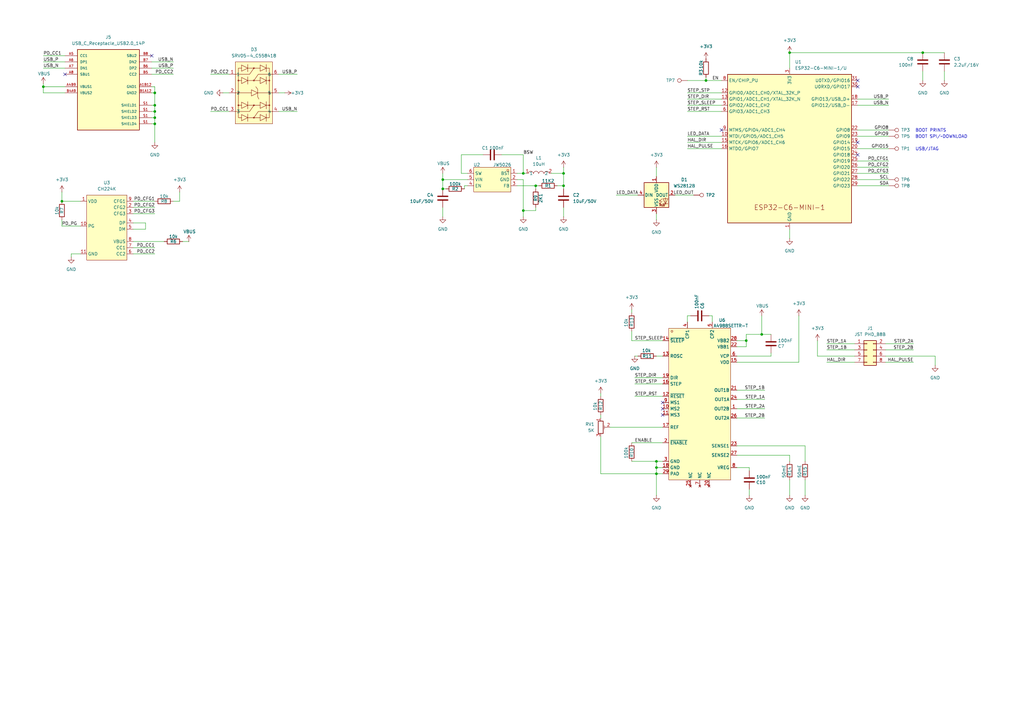
<source format=kicad_sch>
(kicad_sch
	(version 20231120)
	(generator "eeschema")
	(generator_version "8.0")
	(uuid "fc72c314-5c87-4bf6-a5f9-120abf4ddab9")
	(paper "A3")
	
	(junction
		(at 181.61 77.47)
		(diameter 0)
		(color 0 0 0 0)
		(uuid "0cac1f13-0039-4084-a8f6-5dc7325c0a84")
	)
	(junction
		(at 63.5 45.72)
		(diameter 0)
		(color 0 0 0 0)
		(uuid "1a051901-e631-4f98-aaf0-1f241b6c37a2")
	)
	(junction
		(at 214.63 71.12)
		(diameter 0)
		(color 0 0 0 0)
		(uuid "3258423b-52cb-4bbc-8193-cab7fc75e14e")
	)
	(junction
		(at 378.46 21.59)
		(diameter 0)
		(color 0 0 0 0)
		(uuid "388d6c06-7f34-417b-95e4-30097ceaf139")
	)
	(junction
		(at 63.5 50.8)
		(diameter 0)
		(color 0 0 0 0)
		(uuid "38d54784-0dca-43f4-945a-a84e51a448b7")
	)
	(junction
		(at 269.24 189.23)
		(diameter 0)
		(color 0 0 0 0)
		(uuid "48a7de15-a4bf-4adf-9718-be316a6381e1")
	)
	(junction
		(at 25.4 82.55)
		(diameter 0)
		(color 0 0 0 0)
		(uuid "55316c59-0d74-4dc3-9921-8ecb30f78f3e")
	)
	(junction
		(at 312.42 137.16)
		(diameter 0)
		(color 0 0 0 0)
		(uuid "67df2d55-6f76-4a00-ab73-a143c2a78c48")
	)
	(junction
		(at 306.07 139.7)
		(diameter 0)
		(color 0 0 0 0)
		(uuid "8174b011-5182-46d8-8a41-4a17a39aa2df")
	)
	(junction
		(at 269.24 191.77)
		(diameter 0)
		(color 0 0 0 0)
		(uuid "825da15b-f2ef-478c-a94a-43b6054b3e09")
	)
	(junction
		(at 231.14 76.2)
		(diameter 0)
		(color 0 0 0 0)
		(uuid "8f8a451d-b7cb-4a08-bdbc-265cb131cc41")
	)
	(junction
		(at 231.14 71.12)
		(diameter 0)
		(color 0 0 0 0)
		(uuid "aaca1294-0152-4639-96eb-a55a73bbe3da")
	)
	(junction
		(at 219.71 76.2)
		(diameter 0)
		(color 0 0 0 0)
		(uuid "ab67fe6e-4c1f-45c6-8868-3e8b85284151")
	)
	(junction
		(at 63.5 43.18)
		(diameter 0)
		(color 0 0 0 0)
		(uuid "af8564e7-0db7-4c74-9fa0-b58dd652bd86")
	)
	(junction
		(at 63.5 38.1)
		(diameter 0)
		(color 0 0 0 0)
		(uuid "b1f2f5f0-debc-40e0-81da-2865e4180c86")
	)
	(junction
		(at 17.78 35.56)
		(diameter 0)
		(color 0 0 0 0)
		(uuid "d0f48463-2394-442e-92e9-a04c74a87d2b")
	)
	(junction
		(at 289.56 33.02)
		(diameter 0)
		(color 0 0 0 0)
		(uuid "d786650a-1554-4ca3-b9a2-383a12a05705")
	)
	(junction
		(at 181.61 73.66)
		(diameter 0)
		(color 0 0 0 0)
		(uuid "d9802bb5-ecf7-4857-8a9a-2bc2cf3b6e95")
	)
	(junction
		(at 214.63 86.36)
		(diameter 0)
		(color 0 0 0 0)
		(uuid "e1967dd7-89a1-4218-a6d7-62f90517bb10")
	)
	(junction
		(at 63.5 48.26)
		(diameter 0)
		(color 0 0 0 0)
		(uuid "eaa4bb10-89fb-41f8-838a-be53f026919f")
	)
	(junction
		(at 269.24 194.31)
		(diameter 0)
		(color 0 0 0 0)
		(uuid "ee046d88-e5ed-4075-8934-918755de3940")
	)
	(junction
		(at 323.85 21.59)
		(diameter 0)
		(color 0 0 0 0)
		(uuid "f2b6884c-8da0-440f-9efe-a36ec4fb07c6")
	)
	(no_connect
		(at 271.78 165.1)
		(uuid "08f5f76c-3a00-4e42-a430-f90537c4be93")
	)
	(no_connect
		(at 295.91 53.34)
		(uuid "0c46c2b3-7926-48dc-b2b1-c055ea4bf839")
	)
	(no_connect
		(at 62.23 22.86)
		(uuid "3a7aab9a-dcee-4196-8704-eba1066fbeed")
	)
	(no_connect
		(at 271.78 167.64)
		(uuid "664245f3-417c-4030-81cf-f553504369b2")
	)
	(no_connect
		(at 351.79 33.02)
		(uuid "672188c3-f2ce-4b12-b9a3-35b6f817add4")
	)
	(no_connect
		(at 351.79 35.56)
		(uuid "78b7d69c-52ee-42d1-a478-f20c691aa495")
	)
	(no_connect
		(at 351.79 58.42)
		(uuid "8744fcb8-0af9-4111-a17e-7d8109a7da98")
	)
	(no_connect
		(at 271.78 170.18)
		(uuid "b0b19435-ec77-45c5-a5eb-ffc557aa8f45")
	)
	(no_connect
		(at 26.67 30.48)
		(uuid "ba55dc67-be3b-4b95-a2b3-675076fcbc2f")
	)
	(no_connect
		(at 351.79 63.5)
		(uuid "c3b61e7c-1305-46c3-925e-b0bf4299ed20")
	)
	(wire
		(pts
			(xy 363.22 140.97) (xy 374.65 140.97)
		)
		(stroke
			(width 0)
			(type default)
		)
		(uuid "02bb4f3f-10c5-4a20-8367-e1630122c940")
	)
	(wire
		(pts
			(xy 17.78 35.56) (xy 26.67 35.56)
		)
		(stroke
			(width 0)
			(type default)
		)
		(uuid "04718657-b4fe-41c7-942f-6ee57f3a4c9f")
	)
	(wire
		(pts
			(xy 292.1 129.54) (xy 292.1 132.08)
		)
		(stroke
			(width 0)
			(type default)
		)
		(uuid "051395a4-5630-4b0d-80d8-2fd3ab265743")
	)
	(wire
		(pts
			(xy 189.23 71.12) (xy 189.23 63.5)
		)
		(stroke
			(width 0)
			(type default)
		)
		(uuid "0641c55b-f977-45f2-a890-430b70b1aef7")
	)
	(wire
		(pts
			(xy 214.63 73.66) (xy 214.63 86.36)
		)
		(stroke
			(width 0)
			(type default)
		)
		(uuid "07e82dfa-1a19-4360-872d-f0e058005d84")
	)
	(wire
		(pts
			(xy 383.54 149.86) (xy 383.54 146.05)
		)
		(stroke
			(width 0)
			(type default)
		)
		(uuid "08305f68-4fbc-4c1b-9a26-9354572df991")
	)
	(wire
		(pts
			(xy 246.38 161.29) (xy 246.38 162.56)
		)
		(stroke
			(width 0)
			(type default)
		)
		(uuid "0838a564-1933-4505-81cd-c5b1f298e513")
	)
	(wire
		(pts
			(xy 191.77 76.2) (xy 190.5 76.2)
		)
		(stroke
			(width 0)
			(type default)
		)
		(uuid "093d66ad-52c2-4d84-a79c-0067f0695f6e")
	)
	(wire
		(pts
			(xy 351.79 76.2) (xy 364.49 76.2)
		)
		(stroke
			(width 0)
			(type default)
		)
		(uuid "095c38a6-f3c3-44ec-80c7-3b66008621d6")
	)
	(wire
		(pts
			(xy 62.23 25.4) (xy 71.12 25.4)
		)
		(stroke
			(width 0)
			(type default)
		)
		(uuid "09f52dec-3d1a-4f2e-9677-2a222fccbed4")
	)
	(wire
		(pts
			(xy 327.66 129.54) (xy 327.66 148.59)
		)
		(stroke
			(width 0)
			(type default)
		)
		(uuid "0a567659-2eb4-4819-afd5-625eae39de82")
	)
	(wire
		(pts
			(xy 219.71 76.2) (xy 219.71 77.47)
		)
		(stroke
			(width 0)
			(type default)
		)
		(uuid "0a7900c5-c2d0-422a-89c6-566598b8fc57")
	)
	(wire
		(pts
			(xy 73.66 78.74) (xy 73.66 82.55)
		)
		(stroke
			(width 0)
			(type default)
		)
		(uuid "0e3b606d-73c4-4663-9231-31f49ef17f74")
	)
	(wire
		(pts
			(xy 181.61 73.66) (xy 181.61 77.47)
		)
		(stroke
			(width 0)
			(type default)
		)
		(uuid "0f6442a6-3d28-4245-91b3-603bd3b33fc5")
	)
	(wire
		(pts
			(xy 330.2 182.88) (xy 302.26 182.88)
		)
		(stroke
			(width 0)
			(type default)
		)
		(uuid "109ec76b-4d28-4859-87bc-b2e4eaab8f9e")
	)
	(wire
		(pts
			(xy 63.5 50.8) (xy 63.5 58.42)
		)
		(stroke
			(width 0)
			(type default)
		)
		(uuid "133ecedc-4735-4934-9206-03aa5664c690")
	)
	(wire
		(pts
			(xy 323.85 196.85) (xy 323.85 203.2)
		)
		(stroke
			(width 0)
			(type default)
		)
		(uuid "17451971-5f1b-4669-8dac-04563227509d")
	)
	(wire
		(pts
			(xy 259.08 189.23) (xy 269.24 189.23)
		)
		(stroke
			(width 0)
			(type default)
		)
		(uuid "1797259c-41c7-4207-840d-02533d6df92b")
	)
	(wire
		(pts
			(xy 25.4 90.17) (xy 25.4 92.71)
		)
		(stroke
			(width 0)
			(type default)
		)
		(uuid "187b8f5b-d123-4586-a419-d901ab42a4e5")
	)
	(wire
		(pts
			(xy 231.14 85.09) (xy 231.14 88.9)
		)
		(stroke
			(width 0)
			(type default)
		)
		(uuid "1b44f836-ac32-4bbc-b0f1-24bebf42a967")
	)
	(wire
		(pts
			(xy 181.61 73.66) (xy 191.77 73.66)
		)
		(stroke
			(width 0)
			(type default)
		)
		(uuid "1cd96830-1acb-4a1f-ba25-6e607c5f3d1e")
	)
	(wire
		(pts
			(xy 252.73 80.01) (xy 261.62 80.01)
		)
		(stroke
			(width 0)
			(type default)
		)
		(uuid "2243f9a7-bbdd-4422-a4ab-87338b0a70b2")
	)
	(wire
		(pts
			(xy 312.42 137.16) (xy 316.23 137.16)
		)
		(stroke
			(width 0)
			(type default)
		)
		(uuid "2251f72f-30f3-4e01-8a13-4078964e6f77")
	)
	(wire
		(pts
			(xy 214.63 86.36) (xy 219.71 86.36)
		)
		(stroke
			(width 0)
			(type default)
		)
		(uuid "24f494c5-59b4-4a98-94fc-edce456ebf0b")
	)
	(wire
		(pts
			(xy 205.74 63.5) (xy 214.63 63.5)
		)
		(stroke
			(width 0)
			(type default)
		)
		(uuid "254256bf-3474-48ae-a1e4-c2f1aeebec66")
	)
	(wire
		(pts
			(xy 307.34 193.04) (xy 307.34 191.77)
		)
		(stroke
			(width 0)
			(type default)
		)
		(uuid "25b255e0-f445-4b5d-8795-9a64cccd721b")
	)
	(wire
		(pts
			(xy 269.24 146.05) (xy 271.78 146.05)
		)
		(stroke
			(width 0)
			(type default)
		)
		(uuid "25c08420-9edc-4f0e-994b-dbc534cd61f4")
	)
	(wire
		(pts
			(xy 17.78 34.29) (xy 17.78 35.56)
		)
		(stroke
			(width 0)
			(type default)
		)
		(uuid "267e00fc-4306-42e9-99d0-99a25639c868")
	)
	(wire
		(pts
			(xy 290.83 129.54) (xy 292.1 129.54)
		)
		(stroke
			(width 0)
			(type default)
		)
		(uuid "284dfb1d-829c-4445-a674-d1750ed43937")
	)
	(wire
		(pts
			(xy 214.63 86.36) (xy 214.63 88.9)
		)
		(stroke
			(width 0)
			(type default)
		)
		(uuid "290b3382-97e1-4fb7-a70a-689c94e6a668")
	)
	(wire
		(pts
			(xy 330.2 196.85) (xy 330.2 203.2)
		)
		(stroke
			(width 0)
			(type default)
		)
		(uuid "2928c4af-547b-4116-87b7-0194f2c04153")
	)
	(wire
		(pts
			(xy 114.3 30.48) (xy 121.92 30.48)
		)
		(stroke
			(width 0)
			(type default)
		)
		(uuid "29540af5-ad5c-4df6-a28e-4faa9263d202")
	)
	(wire
		(pts
			(xy 182.88 77.47) (xy 181.61 77.47)
		)
		(stroke
			(width 0)
			(type default)
		)
		(uuid "2b398e3c-4959-44d4-b496-ea7cb7ac9ae4")
	)
	(wire
		(pts
			(xy 302.26 191.77) (xy 307.34 191.77)
		)
		(stroke
			(width 0)
			(type default)
		)
		(uuid "2d4c4f56-0bee-4fdc-9655-8501c4a65f91")
	)
	(wire
		(pts
			(xy 73.66 82.55) (xy 71.12 82.55)
		)
		(stroke
			(width 0)
			(type default)
		)
		(uuid "2df2b3c6-6aac-4a40-aed2-d6a0309157e1")
	)
	(wire
		(pts
			(xy 260.35 157.48) (xy 271.78 157.48)
		)
		(stroke
			(width 0)
			(type default)
		)
		(uuid "2f4b7971-a96b-4bd9-ba99-a4e41008a638")
	)
	(wire
		(pts
			(xy 17.78 35.56) (xy 17.78 38.1)
		)
		(stroke
			(width 0)
			(type default)
		)
		(uuid "2fe49c01-1d33-4f7a-84e9-cda960d742e2")
	)
	(wire
		(pts
			(xy 62.23 30.48) (xy 71.12 30.48)
		)
		(stroke
			(width 0)
			(type default)
		)
		(uuid "31296d18-888b-4f58-9acc-e059642145bc")
	)
	(wire
		(pts
			(xy 62.23 45.72) (xy 63.5 45.72)
		)
		(stroke
			(width 0)
			(type default)
		)
		(uuid "331810e5-34e6-43f2-a912-cd393ca6c393")
	)
	(wire
		(pts
			(xy 54.61 93.98) (xy 59.69 93.98)
		)
		(stroke
			(width 0)
			(type default)
		)
		(uuid "3372da31-fc8a-46f0-9af6-df6a2ec195db")
	)
	(wire
		(pts
			(xy 283.21 129.54) (xy 281.94 129.54)
		)
		(stroke
			(width 0)
			(type default)
		)
		(uuid "36d133a0-1254-4152-8b71-a9a54d2477ee")
	)
	(wire
		(pts
			(xy 63.5 45.72) (xy 63.5 48.26)
		)
		(stroke
			(width 0)
			(type default)
		)
		(uuid "370be598-33f4-4c6b-9c80-197a81682f67")
	)
	(wire
		(pts
			(xy 351.79 53.34) (xy 364.49 53.34)
		)
		(stroke
			(width 0)
			(type default)
		)
		(uuid "3cbb4c43-ea44-4763-9478-127c0fe9e4d9")
	)
	(wire
		(pts
			(xy 86.36 30.48) (xy 93.98 30.48)
		)
		(stroke
			(width 0)
			(type default)
		)
		(uuid "3e132afb-37ad-45eb-823c-dfe9eb629284")
	)
	(wire
		(pts
			(xy 29.21 104.14) (xy 33.02 104.14)
		)
		(stroke
			(width 0)
			(type default)
		)
		(uuid "3f263fa6-2301-4c5d-b74c-3f68064c1904")
	)
	(wire
		(pts
			(xy 54.61 85.09) (xy 63.5 85.09)
		)
		(stroke
			(width 0)
			(type default)
		)
		(uuid "406189b7-8500-4b13-b722-1296172dbf6a")
	)
	(wire
		(pts
			(xy 62.23 43.18) (xy 63.5 43.18)
		)
		(stroke
			(width 0)
			(type default)
		)
		(uuid "4077647c-7fbf-4603-904a-99cfa3f6db96")
	)
	(wire
		(pts
			(xy 271.78 191.77) (xy 269.24 191.77)
		)
		(stroke
			(width 0)
			(type default)
		)
		(uuid "4281b18d-4fa9-4cbb-b780-4633d763984c")
	)
	(wire
		(pts
			(xy 54.61 101.6) (xy 63.5 101.6)
		)
		(stroke
			(width 0)
			(type default)
		)
		(uuid "42c450cc-3d19-4f17-98f6-4253d073b45c")
	)
	(wire
		(pts
			(xy 307.34 200.66) (xy 307.34 203.2)
		)
		(stroke
			(width 0)
			(type default)
		)
		(uuid "4485c7e7-f5f8-4485-9020-74d7f205b14e")
	)
	(wire
		(pts
			(xy 246.38 170.18) (xy 246.38 171.45)
		)
		(stroke
			(width 0)
			(type default)
		)
		(uuid "4498b515-59b0-479a-ab4f-2d3d592f07aa")
	)
	(wire
		(pts
			(xy 351.79 40.64) (xy 364.49 40.64)
		)
		(stroke
			(width 0)
			(type default)
		)
		(uuid "478d530e-db0d-4d45-a1d1-59f00eb7da67")
	)
	(wire
		(pts
			(xy 383.54 146.05) (xy 363.22 146.05)
		)
		(stroke
			(width 0)
			(type default)
		)
		(uuid "48b89bad-b483-455c-8134-9ca56dd3beb0")
	)
	(wire
		(pts
			(xy 313.69 167.64) (xy 302.26 167.64)
		)
		(stroke
			(width 0)
			(type default)
		)
		(uuid "4b228df6-29ae-4648-9a82-f1029591963a")
	)
	(wire
		(pts
			(xy 219.71 85.09) (xy 219.71 86.36)
		)
		(stroke
			(width 0)
			(type default)
		)
		(uuid "4c75bdfd-a450-443c-8ac1-511794683df4")
	)
	(wire
		(pts
			(xy 17.78 38.1) (xy 26.67 38.1)
		)
		(stroke
			(width 0)
			(type default)
		)
		(uuid "4d9379d0-5bf5-4811-bbce-e8c563ea6769")
	)
	(wire
		(pts
			(xy 281.94 40.64) (xy 295.91 40.64)
		)
		(stroke
			(width 0)
			(type default)
		)
		(uuid "4e54f483-297c-4418-bed8-c081f0688e74")
	)
	(wire
		(pts
			(xy 114.3 38.1) (xy 116.84 38.1)
		)
		(stroke
			(width 0)
			(type default)
		)
		(uuid "4edd74a6-6a6e-4e36-9b75-07b26333e6fe")
	)
	(wire
		(pts
			(xy 214.63 63.5) (xy 214.63 71.12)
		)
		(stroke
			(width 0)
			(type default)
		)
		(uuid "4fedd0c0-bc63-4b91-ab56-ecd324c41841")
	)
	(wire
		(pts
			(xy 212.09 76.2) (xy 219.71 76.2)
		)
		(stroke
			(width 0)
			(type default)
		)
		(uuid "51268918-6034-48fa-9c5f-5b17d73b7dcc")
	)
	(wire
		(pts
			(xy 302.26 171.45) (xy 313.69 171.45)
		)
		(stroke
			(width 0)
			(type default)
		)
		(uuid "51f70078-e3ba-4359-8d02-a6d91049fdf7")
	)
	(wire
		(pts
			(xy 312.42 137.16) (xy 306.07 137.16)
		)
		(stroke
			(width 0)
			(type default)
		)
		(uuid "53036e42-8a0d-42d5-ae70-2c296e326f54")
	)
	(wire
		(pts
			(xy 231.14 76.2) (xy 231.14 71.12)
		)
		(stroke
			(width 0)
			(type default)
		)
		(uuid "53af279a-c390-4a42-a04b-170f849059b4")
	)
	(wire
		(pts
			(xy 25.4 82.55) (xy 33.02 82.55)
		)
		(stroke
			(width 0)
			(type default)
		)
		(uuid "5530a067-1b7e-446e-9784-73cd25015566")
	)
	(wire
		(pts
			(xy 323.85 186.69) (xy 302.26 186.69)
		)
		(stroke
			(width 0)
			(type default)
		)
		(uuid "57cde006-2e24-41bb-856d-67a222a3f400")
	)
	(wire
		(pts
			(xy 228.6 76.2) (xy 231.14 76.2)
		)
		(stroke
			(width 0)
			(type default)
		)
		(uuid "584682f7-e1b4-4312-b01a-8f83cdf405b9")
	)
	(wire
		(pts
			(xy 281.94 33.02) (xy 289.56 33.02)
		)
		(stroke
			(width 0)
			(type default)
		)
		(uuid "58bebd4b-ea46-43ce-8719-0ed8b7614ae3")
	)
	(wire
		(pts
			(xy 62.23 27.94) (xy 71.12 27.94)
		)
		(stroke
			(width 0)
			(type default)
		)
		(uuid "5b4b1bfc-5c03-4a04-be24-5512941e699c")
	)
	(wire
		(pts
			(xy 276.86 80.01) (xy 284.48 80.01)
		)
		(stroke
			(width 0)
			(type default)
		)
		(uuid "5d82baf9-4ab2-4d28-9313-127abf84e8f5")
	)
	(wire
		(pts
			(xy 378.46 29.21) (xy 378.46 33.02)
		)
		(stroke
			(width 0)
			(type default)
		)
		(uuid "5ed4a982-0470-4718-9cae-8731b88962fc")
	)
	(wire
		(pts
			(xy 54.61 82.55) (xy 63.5 82.55)
		)
		(stroke
			(width 0)
			(type default)
		)
		(uuid "61590915-a6e4-4e6e-bb25-d3b0d73b0fa8")
	)
	(wire
		(pts
			(xy 351.79 71.12) (xy 364.49 71.12)
		)
		(stroke
			(width 0)
			(type default)
		)
		(uuid "6266568a-fb27-4c3c-962e-3944ad259766")
	)
	(wire
		(pts
			(xy 302.26 146.05) (xy 316.23 146.05)
		)
		(stroke
			(width 0)
			(type default)
		)
		(uuid "63b24440-52d0-4abf-88fc-c9cf2814bd08")
	)
	(wire
		(pts
			(xy 54.61 91.44) (xy 59.69 91.44)
		)
		(stroke
			(width 0)
			(type default)
		)
		(uuid "645ebbc1-7fb9-4c76-9f34-0c55f6fb151b")
	)
	(wire
		(pts
			(xy 86.36 45.72) (xy 93.98 45.72)
		)
		(stroke
			(width 0)
			(type default)
		)
		(uuid "64fabc38-be0e-486f-b7bc-565fa44acddd")
	)
	(wire
		(pts
			(xy 363.22 148.59) (xy 374.65 148.59)
		)
		(stroke
			(width 0)
			(type default)
		)
		(uuid "66025e97-692d-4b98-83db-0476124b5c95")
	)
	(wire
		(pts
			(xy 260.35 154.94) (xy 271.78 154.94)
		)
		(stroke
			(width 0)
			(type default)
		)
		(uuid "6616b026-e7ee-4022-83e9-ad271a303a3f")
	)
	(wire
		(pts
			(xy 59.69 91.44) (xy 59.69 93.98)
		)
		(stroke
			(width 0)
			(type default)
		)
		(uuid "67dcb452-7018-4d64-a277-5d666181e920")
	)
	(wire
		(pts
			(xy 259.08 127) (xy 259.08 128.27)
		)
		(stroke
			(width 0)
			(type default)
		)
		(uuid "683da176-033e-4274-9a06-62e2c5e6d76a")
	)
	(wire
		(pts
			(xy 351.79 43.18) (xy 364.49 43.18)
		)
		(stroke
			(width 0)
			(type default)
		)
		(uuid "6a4408cf-cc8b-42b8-9bdc-38d7ad48c68c")
	)
	(wire
		(pts
			(xy 327.66 148.59) (xy 302.26 148.59)
		)
		(stroke
			(width 0)
			(type default)
		)
		(uuid "6bcf8fb0-197b-413b-84f4-65ef643c979c")
	)
	(wire
		(pts
			(xy 62.23 50.8) (xy 63.5 50.8)
		)
		(stroke
			(width 0)
			(type default)
		)
		(uuid "6c4c430c-f6ea-4669-9a13-288d61287274")
	)
	(wire
		(pts
			(xy 260.35 162.56) (xy 271.78 162.56)
		)
		(stroke
			(width 0)
			(type default)
		)
		(uuid "6dc79916-f4a1-4db7-8998-1d393adc7aa6")
	)
	(wire
		(pts
			(xy 17.78 25.4) (xy 26.67 25.4)
		)
		(stroke
			(width 0)
			(type default)
		)
		(uuid "6ea332f2-69bd-4db4-9cda-1494f0097412")
	)
	(wire
		(pts
			(xy 316.23 144.78) (xy 316.23 146.05)
		)
		(stroke
			(width 0)
			(type default)
		)
		(uuid "6fdb4f24-6f36-4dbe-b1e9-3387dd41fe59")
	)
	(wire
		(pts
			(xy 378.46 21.59) (xy 387.35 21.59)
		)
		(stroke
			(width 0)
			(type default)
		)
		(uuid "707c7d8e-d4eb-4f15-975b-d013b4b49b78")
	)
	(wire
		(pts
			(xy 269.24 194.31) (xy 269.24 203.2)
		)
		(stroke
			(width 0)
			(type default)
		)
		(uuid "709bdce0-ad94-4e45-9edf-4f39e838a51d")
	)
	(wire
		(pts
			(xy 190.5 76.2) (xy 190.5 77.47)
		)
		(stroke
			(width 0)
			(type default)
		)
		(uuid "768c6f9b-f845-4d6c-a456-c87df98d69c8")
	)
	(wire
		(pts
			(xy 250.19 175.26) (xy 271.78 175.26)
		)
		(stroke
			(width 0)
			(type default)
		)
		(uuid "7a7230ad-cb65-44bf-91b2-e1090dd2cc4d")
	)
	(wire
		(pts
			(xy 306.07 139.7) (xy 302.26 139.7)
		)
		(stroke
			(width 0)
			(type default)
		)
		(uuid "7b6f2fdc-4981-4ab6-95d9-5e9848a81e19")
	)
	(wire
		(pts
			(xy 269.24 194.31) (xy 269.24 191.77)
		)
		(stroke
			(width 0)
			(type default)
		)
		(uuid "7e223913-3577-4df0-a6ea-388a0c66d89d")
	)
	(wire
		(pts
			(xy 351.79 66.04) (xy 364.49 66.04)
		)
		(stroke
			(width 0)
			(type default)
		)
		(uuid "82edfbb2-1c9d-4d97-9597-ea1c7d636226")
	)
	(wire
		(pts
			(xy 212.09 71.12) (xy 214.63 71.12)
		)
		(stroke
			(width 0)
			(type default)
		)
		(uuid "832c1c4a-6f67-42bc-b1ab-d73dd90495b6")
	)
	(wire
		(pts
			(xy 281.94 58.42) (xy 295.91 58.42)
		)
		(stroke
			(width 0)
			(type default)
		)
		(uuid "8439a544-8370-468b-8ba0-3daa4e3fbf58")
	)
	(wire
		(pts
			(xy 295.91 33.02) (xy 289.56 33.02)
		)
		(stroke
			(width 0)
			(type default)
		)
		(uuid "848d0d60-fa06-4c6a-a9f7-69bf452a55b9")
	)
	(wire
		(pts
			(xy 91.44 38.1) (xy 93.98 38.1)
		)
		(stroke
			(width 0)
			(type default)
		)
		(uuid "87af3644-dd07-4f8e-b2e4-7f68571775e0")
	)
	(wire
		(pts
			(xy 281.94 43.18) (xy 295.91 43.18)
		)
		(stroke
			(width 0)
			(type default)
		)
		(uuid "8d5fbf0c-c625-4a23-b47e-b9d5fab77e5a")
	)
	(wire
		(pts
			(xy 269.24 189.23) (xy 271.78 189.23)
		)
		(stroke
			(width 0)
			(type default)
		)
		(uuid "9106ee6e-22a2-44e0-a86d-297941b75e3b")
	)
	(wire
		(pts
			(xy 17.78 27.94) (xy 26.67 27.94)
		)
		(stroke
			(width 0)
			(type default)
		)
		(uuid "92682df1-af1d-42d5-9374-4e7bdc325e8e")
	)
	(wire
		(pts
			(xy 269.24 68.58) (xy 269.24 72.39)
		)
		(stroke
			(width 0)
			(type default)
		)
		(uuid "94cd16ac-d403-4ef0-860a-4b2c8ee7b6ee")
	)
	(wire
		(pts
			(xy 181.61 85.09) (xy 181.61 88.9)
		)
		(stroke
			(width 0)
			(type default)
		)
		(uuid "972c1583-44c7-4a9e-8326-df89b25431ae")
	)
	(wire
		(pts
			(xy 269.24 87.63) (xy 269.24 90.17)
		)
		(stroke
			(width 0)
			(type default)
		)
		(uuid "98d87355-700d-45c1-97a8-88c1de8b65f0")
	)
	(wire
		(pts
			(xy 54.61 104.14) (xy 63.5 104.14)
		)
		(stroke
			(width 0)
			(type default)
		)
		(uuid "99e53e3d-ccdd-414b-86d9-cdc0bee0c1ab")
	)
	(wire
		(pts
			(xy 63.5 35.56) (xy 63.5 38.1)
		)
		(stroke
			(width 0)
			(type default)
		)
		(uuid "a0586df1-5987-4917-803c-ef854374d85d")
	)
	(wire
		(pts
			(xy 312.42 129.54) (xy 312.42 137.16)
		)
		(stroke
			(width 0)
			(type default)
		)
		(uuid "a2a2f3af-ba70-429d-8d9e-997b1bb19712")
	)
	(wire
		(pts
			(xy 351.79 68.58) (xy 364.49 68.58)
		)
		(stroke
			(width 0)
			(type default)
		)
		(uuid "a2ca9433-81e2-45ad-a4c1-0ebbf69a26e3")
	)
	(wire
		(pts
			(xy 114.3 45.72) (xy 121.92 45.72)
		)
		(stroke
			(width 0)
			(type default)
		)
		(uuid "a3be0ef6-4a9c-4b69-af12-a23bbd29d0e0")
	)
	(wire
		(pts
			(xy 189.23 63.5) (xy 198.12 63.5)
		)
		(stroke
			(width 0)
			(type default)
		)
		(uuid "a5b2ed52-a679-4825-a589-00693d811210")
	)
	(wire
		(pts
			(xy 219.71 76.2) (xy 220.98 76.2)
		)
		(stroke
			(width 0)
			(type default)
		)
		(uuid "a5f9548a-84ff-4285-a3df-62a91521cfda")
	)
	(wire
		(pts
			(xy 330.2 189.23) (xy 330.2 182.88)
		)
		(stroke
			(width 0)
			(type default)
		)
		(uuid "a6a2490d-007c-4181-adc0-ae7d0707f021")
	)
	(wire
		(pts
			(xy 260.35 146.05) (xy 261.62 146.05)
		)
		(stroke
			(width 0)
			(type default)
		)
		(uuid "a8109973-676d-49b6-88ae-d333bec16863")
	)
	(wire
		(pts
			(xy 281.94 60.96) (xy 295.91 60.96)
		)
		(stroke
			(width 0)
			(type default)
		)
		(uuid "a93f3d2c-37f3-4cbe-98c6-e278e5e49d5f")
	)
	(wire
		(pts
			(xy 281.94 55.88) (xy 295.91 55.88)
		)
		(stroke
			(width 0)
			(type default)
		)
		(uuid "aa9b7e58-c11c-4858-8c64-0f4f02976221")
	)
	(wire
		(pts
			(xy 289.56 33.02) (xy 289.56 31.75)
		)
		(stroke
			(width 0)
			(type default)
		)
		(uuid "aca9273f-5e6b-4c34-8323-6497caa2a4fa")
	)
	(wire
		(pts
			(xy 339.09 140.97) (xy 350.52 140.97)
		)
		(stroke
			(width 0)
			(type default)
		)
		(uuid "ad3206c0-bd09-49ea-9fb2-f6a0b78f2431")
	)
	(wire
		(pts
			(xy 25.4 78.74) (xy 25.4 82.55)
		)
		(stroke
			(width 0)
			(type default)
		)
		(uuid "b5173322-b20b-4486-b4f5-e91e827f6684")
	)
	(wire
		(pts
			(xy 335.28 139.7) (xy 335.28 146.05)
		)
		(stroke
			(width 0)
			(type default)
		)
		(uuid "b59de0c8-4784-41e4-905b-91fa96010b3a")
	)
	(wire
		(pts
			(xy 269.24 191.77) (xy 269.24 189.23)
		)
		(stroke
			(width 0)
			(type default)
		)
		(uuid "b6b295dc-0765-4774-a65e-35556602c261")
	)
	(wire
		(pts
			(xy 181.61 71.12) (xy 181.61 73.66)
		)
		(stroke
			(width 0)
			(type default)
		)
		(uuid "b6f20cb1-67fe-4281-866a-b9b56f8dfe65")
	)
	(wire
		(pts
			(xy 259.08 139.7) (xy 271.78 139.7)
		)
		(stroke
			(width 0)
			(type default)
		)
		(uuid "b82a9d97-bed5-4080-9621-cfaaa6ebe9c9")
	)
	(wire
		(pts
			(xy 29.21 105.41) (xy 29.21 104.14)
		)
		(stroke
			(width 0)
			(type default)
		)
		(uuid "ba5b9128-086a-4604-a881-cfa40b9c8960")
	)
	(wire
		(pts
			(xy 302.26 163.83) (xy 313.69 163.83)
		)
		(stroke
			(width 0)
			(type default)
		)
		(uuid "bb94d253-fa15-4d02-b175-771b024a5919")
	)
	(wire
		(pts
			(xy 54.61 99.06) (xy 67.31 99.06)
		)
		(stroke
			(width 0)
			(type default)
		)
		(uuid "bd7aca7d-1f57-42fb-b1df-8453b9f4f0a9")
	)
	(wire
		(pts
			(xy 351.79 55.88) (xy 364.49 55.88)
		)
		(stroke
			(width 0)
			(type default)
		)
		(uuid "bf131406-41e9-4add-94bb-267fa0525129")
	)
	(wire
		(pts
			(xy 306.07 142.24) (xy 306.07 139.7)
		)
		(stroke
			(width 0)
			(type default)
		)
		(uuid "c39d16e4-a6e0-406b-ba5b-52be79644b7e")
	)
	(wire
		(pts
			(xy 231.14 68.58) (xy 231.14 71.12)
		)
		(stroke
			(width 0)
			(type default)
		)
		(uuid "c39e9660-d9f9-4c87-a36d-c8e3dd6f0cbd")
	)
	(wire
		(pts
			(xy 351.79 73.66) (xy 364.49 73.66)
		)
		(stroke
			(width 0)
			(type default)
		)
		(uuid "c5ca0bb9-50ab-428c-83b4-327c2ba0403c")
	)
	(wire
		(pts
			(xy 259.08 181.61) (xy 271.78 181.61)
		)
		(stroke
			(width 0)
			(type default)
		)
		(uuid "c9297904-add2-455b-8156-8e8a3df03308")
	)
	(wire
		(pts
			(xy 63.5 48.26) (xy 63.5 50.8)
		)
		(stroke
			(width 0)
			(type default)
		)
		(uuid "c9315a75-d3bd-4188-851f-f1a72e6f4550")
	)
	(wire
		(pts
			(xy 17.78 22.86) (xy 26.67 22.86)
		)
		(stroke
			(width 0)
			(type default)
		)
		(uuid "cda0ee9e-5a42-4edf-bd45-368ac4f64558")
	)
	(wire
		(pts
			(xy 339.09 143.51) (xy 350.52 143.51)
		)
		(stroke
			(width 0)
			(type default)
		)
		(uuid "d027aaed-e84b-4c73-8cef-54cb5e57a84e")
	)
	(wire
		(pts
			(xy 63.5 38.1) (xy 63.5 43.18)
		)
		(stroke
			(width 0)
			(type default)
		)
		(uuid "d2ea810f-5ccf-4c9c-9a5d-c6a8f1d76707")
	)
	(wire
		(pts
			(xy 302.26 160.02) (xy 313.69 160.02)
		)
		(stroke
			(width 0)
			(type default)
		)
		(uuid "d522aff3-87b5-4e05-b691-2095b0ad40da")
	)
	(wire
		(pts
			(xy 363.22 143.51) (xy 374.65 143.51)
		)
		(stroke
			(width 0)
			(type default)
		)
		(uuid "d5833445-0ee7-4e96-8b6a-767a874a033f")
	)
	(wire
		(pts
			(xy 339.09 148.59) (xy 350.52 148.59)
		)
		(stroke
			(width 0)
			(type default)
		)
		(uuid "d6b5d308-f8cc-4ab2-8fe5-c85e850d3402")
	)
	(wire
		(pts
			(xy 323.85 21.59) (xy 323.85 27.94)
		)
		(stroke
			(width 0)
			(type default)
		)
		(uuid "d6b9949c-5a47-4133-a4e0-1a4d58d2e34e")
	)
	(wire
		(pts
			(xy 351.79 60.96) (xy 364.49 60.96)
		)
		(stroke
			(width 0)
			(type default)
		)
		(uuid "d6ef5f60-7e7f-4005-89e8-45243ba6ddfe")
	)
	(wire
		(pts
			(xy 62.23 48.26) (xy 63.5 48.26)
		)
		(stroke
			(width 0)
			(type default)
		)
		(uuid "d9b602a8-740a-4a21-b201-00cdbc67483d")
	)
	(wire
		(pts
			(xy 259.08 135.89) (xy 259.08 139.7)
		)
		(stroke
			(width 0)
			(type default)
		)
		(uuid "dc6d75da-d96d-429c-b6b4-af968947966c")
	)
	(wire
		(pts
			(xy 62.23 38.1) (xy 63.5 38.1)
		)
		(stroke
			(width 0)
			(type default)
		)
		(uuid "ddee74d1-9400-4266-8ffe-388f86819f84")
	)
	(wire
		(pts
			(xy 306.07 137.16) (xy 306.07 139.7)
		)
		(stroke
			(width 0)
			(type default)
		)
		(uuid "dfdef3d5-2286-4379-b9b9-22db9e0a88c5")
	)
	(wire
		(pts
			(xy 281.94 38.1) (xy 295.91 38.1)
		)
		(stroke
			(width 0)
			(type default)
		)
		(uuid "e0635339-8123-406c-b5f9-f01900247675")
	)
	(wire
		(pts
			(xy 246.38 179.07) (xy 246.38 194.31)
		)
		(stroke
			(width 0)
			(type default)
		)
		(uuid "e237b36b-3392-4f7a-a217-d6fad4ee0130")
	)
	(wire
		(pts
			(xy 226.06 71.12) (xy 231.14 71.12)
		)
		(stroke
			(width 0)
			(type default)
		)
		(uuid "e323dab8-781a-4d5a-ae45-19dd83eb4145")
	)
	(wire
		(pts
			(xy 191.77 71.12) (xy 189.23 71.12)
		)
		(stroke
			(width 0)
			(type default)
		)
		(uuid "e66dafbd-cc3d-43fa-9503-7f116d19a7a1")
	)
	(wire
		(pts
			(xy 215.9 71.12) (xy 214.63 71.12)
		)
		(stroke
			(width 0)
			(type default)
		)
		(uuid "e6d5a642-5381-43e5-8fba-62bc5996cd30")
	)
	(wire
		(pts
			(xy 271.78 194.31) (xy 269.24 194.31)
		)
		(stroke
			(width 0)
			(type default)
		)
		(uuid "e7db813e-d2c7-4caa-b875-6aed537434ba")
	)
	(wire
		(pts
			(xy 323.85 21.59) (xy 378.46 21.59)
		)
		(stroke
			(width 0)
			(type default)
		)
		(uuid "e92b15d2-c0e5-40d4-8a1c-8f4aeb39f104")
	)
	(wire
		(pts
			(xy 63.5 43.18) (xy 63.5 45.72)
		)
		(stroke
			(width 0)
			(type default)
		)
		(uuid "ebc3353b-6007-4194-9d4d-e8f18c47c735")
	)
	(wire
		(pts
			(xy 54.61 87.63) (xy 63.5 87.63)
		)
		(stroke
			(width 0)
			(type default)
		)
		(uuid "ebebe823-6c11-4c09-94b6-785c6ef8823b")
	)
	(wire
		(pts
			(xy 335.28 146.05) (xy 350.52 146.05)
		)
		(stroke
			(width 0)
			(type default)
		)
		(uuid "ec059f0e-ca1e-4e0f-ba79-efdecca18ccc")
	)
	(wire
		(pts
			(xy 231.14 77.47) (xy 231.14 76.2)
		)
		(stroke
			(width 0)
			(type default)
		)
		(uuid "ec1a4e03-7ffd-497d-a96a-293db7119e5d")
	)
	(wire
		(pts
			(xy 25.4 92.71) (xy 33.02 92.71)
		)
		(stroke
			(width 0)
			(type default)
		)
		(uuid "ee0d8a12-f0e5-48c0-acff-80c634ae953c")
	)
	(wire
		(pts
			(xy 246.38 194.31) (xy 269.24 194.31)
		)
		(stroke
			(width 0)
			(type default)
		)
		(uuid "f03dc4d2-cdff-4ab4-910f-ebdb3a20748b")
	)
	(wire
		(pts
			(xy 281.94 129.54) (xy 281.94 132.08)
		)
		(stroke
			(width 0)
			(type default)
		)
		(uuid "f27838be-0941-4f49-aeb8-d7b560f8f4ca")
	)
	(wire
		(pts
			(xy 212.09 73.66) (xy 214.63 73.66)
		)
		(stroke
			(width 0)
			(type default)
		)
		(uuid "f534bbd7-cf60-4fdc-86ea-2826f5d711d7")
	)
	(wire
		(pts
			(xy 74.93 99.06) (xy 77.47 99.06)
		)
		(stroke
			(width 0)
			(type default)
		)
		(uuid "f5c31352-d92d-4873-9034-d039b6bf53da")
	)
	(wire
		(pts
			(xy 323.85 93.98) (xy 323.85 97.79)
		)
		(stroke
			(width 0)
			(type default)
		)
		(uuid "f85425c1-c3b1-4f3f-b545-597575210555")
	)
	(wire
		(pts
			(xy 62.23 35.56) (xy 63.5 35.56)
		)
		(stroke
			(width 0)
			(type default)
		)
		(uuid "f88d1022-595a-4317-bbec-39e249d9e38f")
	)
	(wire
		(pts
			(xy 281.94 45.72) (xy 295.91 45.72)
		)
		(stroke
			(width 0)
			(type default)
		)
		(uuid "f916f35d-f1c1-469c-ab5d-1b4071ee4262")
	)
	(wire
		(pts
			(xy 302.26 142.24) (xy 306.07 142.24)
		)
		(stroke
			(width 0)
			(type default)
		)
		(uuid "f9fb6eff-0001-4ce9-9457-f9749c5b90b2")
	)
	(wire
		(pts
			(xy 323.85 189.23) (xy 323.85 186.69)
		)
		(stroke
			(width 0)
			(type default)
		)
		(uuid "faaa9f97-898a-4cff-af35-a43130bcc3ef")
	)
	(wire
		(pts
			(xy 387.35 29.21) (xy 387.35 33.02)
		)
		(stroke
			(width 0)
			(type default)
		)
		(uuid "fd84f206-b0ac-4907-8268-8ae5b61458a7")
	)
	(text "USB/JTAG"
		(exclude_from_sim no)
		(at 380.238 61.214 0)
		(effects
			(font
				(size 1.27 1.27)
			)
		)
		(uuid "222be59c-1989-4093-aa49-160bcb7aa4f2")
	)
	(text "BOOT PRINTS"
		(exclude_from_sim no)
		(at 381.762 53.594 0)
		(effects
			(font
				(size 1.27 1.27)
			)
		)
		(uuid "268bb2b0-ff66-4c0a-935b-34d921deb5c8")
	)
	(text "BOOT SPI/~DOWNLOAD"
		(exclude_from_sim no)
		(at 386.08 56.134 0)
		(effects
			(font
				(size 1.27 1.27)
			)
		)
		(uuid "353712ff-3db5-496d-a2ac-20afe3fa0be1")
	)
	(label "STEP_2A"
		(at 313.69 167.64 180)
		(fields_autoplaced yes)
		(effects
			(font
				(size 1.27 1.27)
			)
			(justify right bottom)
		)
		(uuid "03c24137-7d38-49ab-baff-5a0c6668f3fa")
	)
	(label "USB_N"
		(at 17.78 27.94 0)
		(fields_autoplaced yes)
		(effects
			(font
				(size 1.27 1.27)
			)
			(justify left bottom)
		)
		(uuid "08c6684f-fa4a-487e-8bcb-b363b6c61aff")
	)
	(label "PD_CFG1"
		(at 63.5 82.55 180)
		(fields_autoplaced yes)
		(effects
			(font
				(size 1.27 1.27)
			)
			(justify right bottom)
		)
		(uuid "1af98492-75bf-43bb-9df0-b2b6138d484d")
	)
	(label "USB_P"
		(at 17.78 25.4 0)
		(fields_autoplaced yes)
		(effects
			(font
				(size 1.27 1.27)
			)
			(justify left bottom)
		)
		(uuid "22299468-000b-438a-b4f2-c5782d43682e")
	)
	(label "USB_N"
		(at 71.12 25.4 180)
		(fields_autoplaced yes)
		(effects
			(font
				(size 1.27 1.27)
			)
			(justify right bottom)
		)
		(uuid "22b8d227-aaee-4b5f-8864-e2036f64f419")
	)
	(label "HAL_PULSE"
		(at 281.94 60.96 0)
		(fields_autoplaced yes)
		(effects
			(font
				(size 1.27 1.27)
			)
			(justify left bottom)
		)
		(uuid "25fa9cf4-190b-41ee-81fd-0d2ad4202656")
	)
	(label "STEP_RST"
		(at 281.94 45.72 0)
		(fields_autoplaced yes)
		(effects
			(font
				(size 1.27 1.27)
			)
			(justify left bottom)
		)
		(uuid "285af0c8-2ade-4870-a81e-e0cebac0766c")
	)
	(label "USB_N"
		(at 121.92 45.72 180)
		(fields_autoplaced yes)
		(effects
			(font
				(size 1.27 1.27)
			)
			(justify right bottom)
		)
		(uuid "2b8034d7-0d1a-4306-86fe-ca6f87aae700")
	)
	(label "PD_CFG2"
		(at 364.49 68.58 180)
		(fields_autoplaced yes)
		(effects
			(font
				(size 1.27 1.27)
			)
			(justify right bottom)
		)
		(uuid "30393ee4-86c6-4e9f-82e2-0f6ae9e0c2ae")
	)
	(label "PD_CFG1"
		(at 364.49 66.04 180)
		(fields_autoplaced yes)
		(effects
			(font
				(size 1.27 1.27)
			)
			(justify right bottom)
		)
		(uuid "32893a44-5f38-4a16-ac4a-b428bbe2d202")
	)
	(label "STEP_DIR"
		(at 281.94 40.64 0)
		(fields_autoplaced yes)
		(effects
			(font
				(size 1.27 1.27)
			)
			(justify left bottom)
		)
		(uuid "352979ba-f584-46ac-9f96-b2113c884405")
	)
	(label "STEP_2B"
		(at 374.65 143.51 180)
		(fields_autoplaced yes)
		(effects
			(font
				(size 1.27 1.27)
			)
			(justify right bottom)
		)
		(uuid "3e3e7dd7-0c1f-4b9e-b131-3be7de558503")
	)
	(label "GPIO8"
		(at 364.49 53.34 180)
		(fields_autoplaced yes)
		(effects
			(font
				(size 1.27 1.27)
			)
			(justify right bottom)
		)
		(uuid "3f837353-9f7d-4d7e-9bf2-d10368719c7a")
	)
	(label "STEP_1B"
		(at 339.09 143.51 0)
		(fields_autoplaced yes)
		(effects
			(font
				(size 1.27 1.27)
			)
			(justify left bottom)
		)
		(uuid "59456338-c219-4fbc-a028-7a07ddcf721d")
	)
	(label "LED_OUT"
		(at 284.48 80.01 180)
		(fields_autoplaced yes)
		(effects
			(font
				(size 1.27 1.27)
			)
			(justify right bottom)
		)
		(uuid "5ebb8bc5-08af-4df8-aa16-ecda3774902d")
	)
	(label "PD_CFG2"
		(at 63.5 85.09 180)
		(fields_autoplaced yes)
		(effects
			(font
				(size 1.27 1.27)
			)
			(justify right bottom)
		)
		(uuid "5f48b769-d19e-45c7-a457-27570d7d805e")
	)
	(label "ENABLE"
		(at 260.35 181.61 0)
		(fields_autoplaced yes)
		(effects
			(font
				(size 1.27 1.27)
			)
			(justify left bottom)
		)
		(uuid "6880d09a-33b5-46c4-aa5a-aa1f6ac02449")
	)
	(label "STEP_SLEEP"
		(at 260.35 139.7 0)
		(fields_autoplaced yes)
		(effects
			(font
				(size 1.27 1.27)
			)
			(justify left bottom)
		)
		(uuid "6d5487cb-ce6f-4ffa-b2e4-bdd68ec6b6de")
	)
	(label "PD_CC1"
		(at 17.78 22.86 0)
		(fields_autoplaced yes)
		(effects
			(font
				(size 1.27 1.27)
			)
			(justify left bottom)
		)
		(uuid "7ffc0dba-f48f-46cf-b794-01d4a65b4da0")
	)
	(label "SDA"
		(at 364.49 76.2 180)
		(fields_autoplaced yes)
		(effects
			(font
				(size 1.27 1.27)
			)
			(justify right bottom)
		)
		(uuid "808ab7a2-7173-4606-98d7-0bc19723ec52")
	)
	(label "HAL_DIR"
		(at 339.09 148.59 0)
		(fields_autoplaced yes)
		(effects
			(font
				(size 1.27 1.27)
			)
			(justify left bottom)
		)
		(uuid "81230f68-af6a-41b5-93e1-d2656d1d6efc")
	)
	(label "STEP_RST"
		(at 260.35 162.56 0)
		(fields_autoplaced yes)
		(effects
			(font
				(size 1.27 1.27)
			)
			(justify left bottom)
		)
		(uuid "81f58514-ba8c-4081-82db-74a6a96f5b66")
	)
	(label "SCL"
		(at 364.49 73.66 180)
		(fields_autoplaced yes)
		(effects
			(font
				(size 1.27 1.27)
			)
			(justify right bottom)
		)
		(uuid "82faafd3-3edd-4b74-89c5-aa2a87b8edca")
	)
	(label "PD_CC1"
		(at 86.36 45.72 0)
		(fields_autoplaced yes)
		(effects
			(font
				(size 1.27 1.27)
			)
			(justify left bottom)
		)
		(uuid "85148115-1cae-44aa-830b-aeccc0fa1efe")
	)
	(label "GPIO15"
		(at 364.49 60.96 180)
		(fields_autoplaced yes)
		(effects
			(font
				(size 1.27 1.27)
			)
			(justify right bottom)
		)
		(uuid "8997a49a-03b4-4fe8-aeb1-51fee44a0171")
	)
	(label "EN"
		(at 292.1 33.02 0)
		(fields_autoplaced yes)
		(effects
			(font
				(size 1.27 1.27)
			)
			(justify left bottom)
		)
		(uuid "a29a313e-a077-4ade-a361-d8bfd278ee31")
	)
	(label "PD_CC1"
		(at 63.5 101.6 180)
		(fields_autoplaced yes)
		(effects
			(font
				(size 1.27 1.27)
			)
			(justify right bottom)
		)
		(uuid "a42a9e35-41c9-4ffa-b5f1-ab6a99bf3f49")
	)
	(label "LED_DATA"
		(at 281.94 55.88 0)
		(fields_autoplaced yes)
		(effects
			(font
				(size 1.27 1.27)
			)
			(justify left bottom)
		)
		(uuid "a502d142-0a94-4e14-8070-ce7245bee847")
	)
	(label "USB_P"
		(at 71.12 27.94 180)
		(fields_autoplaced yes)
		(effects
			(font
				(size 1.27 1.27)
			)
			(justify right bottom)
		)
		(uuid "a9118ce3-60be-4020-80e5-59b8af87a99c")
	)
	(label "PD_CC2"
		(at 63.5 104.14 180)
		(fields_autoplaced yes)
		(effects
			(font
				(size 1.27 1.27)
			)
			(justify right bottom)
		)
		(uuid "a98a78e4-c635-4d45-9db1-6ee9c996f871")
	)
	(label "STEP_1B"
		(at 313.69 160.02 180)
		(fields_autoplaced yes)
		(effects
			(font
				(size 1.27 1.27)
			)
			(justify right bottom)
		)
		(uuid "aa4f5333-4bc8-4f00-9a5f-ac56d84ca807")
	)
	(label "STEP_2A"
		(at 374.65 140.97 180)
		(fields_autoplaced yes)
		(effects
			(font
				(size 1.27 1.27)
			)
			(justify right bottom)
		)
		(uuid "b03e2deb-5e1a-4c74-883f-a5d96a6af43e")
	)
	(label "PD_PG"
		(at 25.4 92.71 0)
		(fields_autoplaced yes)
		(effects
			(font
				(size 1.27 1.27)
			)
			(justify left bottom)
		)
		(uuid "b1659704-1e62-45ad-9140-70b73a792329")
	)
	(label "USB_P"
		(at 121.92 30.48 180)
		(fields_autoplaced yes)
		(effects
			(font
				(size 1.27 1.27)
			)
			(justify right bottom)
		)
		(uuid "b504c0de-20ed-4863-b1de-39182403159c")
	)
	(label "STEP_STP"
		(at 281.94 38.1 0)
		(fields_autoplaced yes)
		(effects
			(font
				(size 1.27 1.27)
			)
			(justify left bottom)
		)
		(uuid "b5c3e6e8-a566-4d38-a385-51c00b9f341d")
	)
	(label "STEP_DIR"
		(at 260.35 154.94 0)
		(fields_autoplaced yes)
		(effects
			(font
				(size 1.27 1.27)
			)
			(justify left bottom)
		)
		(uuid "b67808a2-189d-401d-ae43-59f6434bd14b")
	)
	(label "STEP_1A"
		(at 339.09 140.97 0)
		(fields_autoplaced yes)
		(effects
			(font
				(size 1.27 1.27)
			)
			(justify left bottom)
		)
		(uuid "ba88c9ef-72bb-4155-a548-0f47dbbd8e02")
	)
	(label "HAL_DIR"
		(at 281.94 58.42 0)
		(fields_autoplaced yes)
		(effects
			(font
				(size 1.27 1.27)
			)
			(justify left bottom)
		)
		(uuid "babf4896-30bf-49b8-babe-0eb271fa00d2")
	)
	(label "USB_N"
		(at 364.49 43.18 180)
		(fields_autoplaced yes)
		(effects
			(font
				(size 1.27 1.27)
			)
			(justify right bottom)
		)
		(uuid "c008ec11-65c1-4ce4-b673-749d0657f67f")
	)
	(label "STEP_SLEEP"
		(at 281.94 43.18 0)
		(fields_autoplaced yes)
		(effects
			(font
				(size 1.27 1.27)
			)
			(justify left bottom)
		)
		(uuid "c17a91b2-d72b-4776-a4e7-270158a3cb11")
	)
	(label "STEP_STP"
		(at 260.35 157.48 0)
		(fields_autoplaced yes)
		(effects
			(font
				(size 1.27 1.27)
			)
			(justify left bottom)
		)
		(uuid "cddbf5d4-ceca-4271-aab3-f4d66690b69b")
	)
	(label "PD_CC2"
		(at 86.36 30.48 0)
		(fields_autoplaced yes)
		(effects
			(font
				(size 1.27 1.27)
			)
			(justify left bottom)
		)
		(uuid "d01b3c6a-1809-4b74-a839-b0f0a4643bca")
	)
	(label "PD_CFG3"
		(at 364.49 71.12 180)
		(fields_autoplaced yes)
		(effects
			(font
				(size 1.27 1.27)
			)
			(justify right bottom)
		)
		(uuid "d071949d-2419-4813-85e4-a48abf3dfaa3")
	)
	(label "STEP_2B"
		(at 313.69 171.45 180)
		(fields_autoplaced yes)
		(effects
			(font
				(size 1.27 1.27)
			)
			(justify right bottom)
		)
		(uuid "d1ec4161-717c-43f3-a63d-a05fb3148bb0")
	)
	(label "STEP_1A"
		(at 313.69 163.83 180)
		(fields_autoplaced yes)
		(effects
			(font
				(size 1.27 1.27)
			)
			(justify right bottom)
		)
		(uuid "d80d1b21-33fd-42ae-bf68-98076c806bd4")
	)
	(label "HAL_PULSE"
		(at 374.65 148.59 180)
		(fields_autoplaced yes)
		(effects
			(font
				(size 1.27 1.27)
			)
			(justify right bottom)
		)
		(uuid "da08ccd8-6721-49f2-b8d7-efefd1782d3e")
	)
	(label "GPIO9"
		(at 364.49 55.88 180)
		(fields_autoplaced yes)
		(effects
			(font
				(size 1.27 1.27)
			)
			(justify right bottom)
		)
		(uuid "e3c9281f-798e-413b-9427-00cb72ac0386")
	)
	(label "LED_DATA"
		(at 252.73 80.01 0)
		(fields_autoplaced yes)
		(effects
			(font
				(size 1.27 1.27)
			)
			(justify left bottom)
		)
		(uuid "e89f7231-f138-47f6-877b-5b31222d5882")
	)
	(label "PD_CFG3"
		(at 63.5 87.63 180)
		(fields_autoplaced yes)
		(effects
			(font
				(size 1.27 1.27)
			)
			(justify right bottom)
		)
		(uuid "e932354e-6c05-4d65-a7b6-a8b926f4fa36")
	)
	(label "PD_CC2"
		(at 71.12 30.48 180)
		(fields_autoplaced yes)
		(effects
			(font
				(size 1.27 1.27)
			)
			(justify right bottom)
		)
		(uuid "f52435f1-10fd-4c35-b2ef-7ea305a8f40b")
	)
	(label "USB_P"
		(at 364.49 40.64 180)
		(fields_autoplaced yes)
		(effects
			(font
				(size 1.27 1.27)
			)
			(justify right bottom)
		)
		(uuid "fbc7d2de-87c9-447b-a30a-bd67acbec9d5")
	)
	(label "BSW"
		(at 214.63 63.5 0)
		(fields_autoplaced yes)
		(effects
			(font
				(size 1.27 1.27)
			)
			(justify left bottom)
		)
		(uuid "fe25057d-2704-4338-b4a7-c0d5918bdcb5")
	)
	(symbol
		(lib_id "power:GND")
		(at 307.34 203.2 0)
		(unit 1)
		(exclude_from_sim no)
		(in_bom yes)
		(on_board yes)
		(dnp no)
		(fields_autoplaced yes)
		(uuid "00fe477c-999b-4ba7-8925-664317894df6")
		(property "Reference" "#PWR013"
			(at 307.34 209.55 0)
			(effects
				(font
					(size 1.27 1.27)
				)
				(hide yes)
			)
		)
		(property "Value" "GND"
			(at 307.34 208.28 0)
			(effects
				(font
					(size 1.27 1.27)
				)
			)
		)
		(property "Footprint" ""
			(at 307.34 203.2 0)
			(effects
				(font
					(size 1.27 1.27)
				)
				(hide yes)
			)
		)
		(property "Datasheet" ""
			(at 307.34 203.2 0)
			(effects
				(font
					(size 1.27 1.27)
				)
				(hide yes)
			)
		)
		(property "Description" "Power symbol creates a global label with name \"GND\" , ground"
			(at 307.34 203.2 0)
			(effects
				(font
					(size 1.27 1.27)
				)
				(hide yes)
			)
		)
		(pin "1"
			(uuid "2d8936fc-818a-47e1-a3eb-9500cfa98a9f")
		)
		(instances
			(project "blinds"
				(path "/fc72c314-5c87-4bf6-a5f9-120abf4ddab9"
					(reference "#PWR013")
					(unit 1)
				)
			)
		)
	)
	(symbol
		(lib_id "easyeda2kicad:SRV05-4_C558418")
		(at 104.14 38.1 270)
		(unit 1)
		(exclude_from_sim no)
		(in_bom yes)
		(on_board yes)
		(dnp no)
		(fields_autoplaced yes)
		(uuid "0535371c-bdf4-4762-95dd-888909c27c89")
		(property "Reference" "D3"
			(at 104.14 20.32 90)
			(effects
				(font
					(size 1.27 1.27)
				)
			)
		)
		(property "Value" "SRV05-4_C558418"
			(at 104.14 22.86 90)
			(effects
				(font
					(size 1.27 1.27)
				)
			)
		)
		(property "Footprint" "easyeda2kicad:SOT-23-6_L2.9-W1.6-P0.95-LS2.8-BL"
			(at 86.36 38.1 0)
			(effects
				(font
					(size 1.27 1.27)
				)
				(hide yes)
			)
		)
		(property "Datasheet" ""
			(at 104.14 38.1 0)
			(effects
				(font
					(size 1.27 1.27)
				)
				(hide yes)
			)
		)
		(property "Description" ""
			(at 104.14 38.1 0)
			(effects
				(font
					(size 1.27 1.27)
				)
				(hide yes)
			)
		)
		(property "LCSC Part" "C558418"
			(at 83.82 38.1 0)
			(effects
				(font
					(size 1.27 1.27)
				)
				(hide yes)
			)
		)
		(pin "6"
			(uuid "c9327c0b-c509-44aa-bd30-a05a506f6e77")
		)
		(pin "4"
			(uuid "a632ac04-cc26-475a-8ea5-ee750145bf45")
		)
		(pin "2"
			(uuid "8cc466e8-07eb-410e-bf12-b8911ac6b503")
		)
		(pin "1"
			(uuid "29c3dbd5-da5e-4e1d-ad21-25b20eb896a5")
		)
		(pin "3"
			(uuid "1c099ad2-9b07-4517-934c-458a0dc35959")
		)
		(pin "5"
			(uuid "289f8ee8-b63a-44ee-8224-8f199fae39f4")
		)
		(instances
			(project ""
				(path "/fc72c314-5c87-4bf6-a5f9-120abf4ddab9"
					(reference "D3")
					(unit 1)
				)
			)
		)
	)
	(symbol
		(lib_id "power:GND")
		(at 63.5 58.42 0)
		(unit 1)
		(exclude_from_sim no)
		(in_bom yes)
		(on_board yes)
		(dnp no)
		(fields_autoplaced yes)
		(uuid "0678d3b0-b120-44e1-a7ce-1b096e603c27")
		(property "Reference" "#PWR031"
			(at 63.5 64.77 0)
			(effects
				(font
					(size 1.27 1.27)
				)
				(hide yes)
			)
		)
		(property "Value" "GND"
			(at 63.5 63.5 0)
			(effects
				(font
					(size 1.27 1.27)
				)
			)
		)
		(property "Footprint" ""
			(at 63.5 58.42 0)
			(effects
				(font
					(size 1.27 1.27)
				)
				(hide yes)
			)
		)
		(property "Datasheet" ""
			(at 63.5 58.42 0)
			(effects
				(font
					(size 1.27 1.27)
				)
				(hide yes)
			)
		)
		(property "Description" "Power symbol creates a global label with name \"GND\" , ground"
			(at 63.5 58.42 0)
			(effects
				(font
					(size 1.27 1.27)
				)
				(hide yes)
			)
		)
		(pin "1"
			(uuid "48749bd4-da14-4bf8-a01a-cb11261cdf3e")
		)
		(instances
			(project "blinds"
				(path "/fc72c314-5c87-4bf6-a5f9-120abf4ddab9"
					(reference "#PWR031")
					(unit 1)
				)
			)
		)
	)
	(symbol
		(lib_id "Device:C")
		(at 378.46 25.4 0)
		(mirror y)
		(unit 1)
		(exclude_from_sim no)
		(in_bom yes)
		(on_board yes)
		(dnp no)
		(uuid "09ae4e96-91ca-44f3-945a-70833246df2a")
		(property "Reference" "C8"
			(at 374.65 24.1299 0)
			(effects
				(font
					(size 1.27 1.27)
				)
				(justify left)
			)
		)
		(property "Value" "100nF"
			(at 374.65 26.6699 0)
			(effects
				(font
					(size 1.27 1.27)
				)
				(justify left)
			)
		)
		(property "Footprint" "Capacitor_SMD:C_0603_1608Metric"
			(at 377.4948 29.21 0)
			(effects
				(font
					(size 1.27 1.27)
				)
				(hide yes)
			)
		)
		(property "Datasheet" "~"
			(at 378.46 25.4 0)
			(effects
				(font
					(size 1.27 1.27)
				)
				(hide yes)
			)
		)
		(property "Description" "Unpolarized capacitor"
			(at 378.46 25.4 0)
			(effects
				(font
					(size 1.27 1.27)
				)
				(hide yes)
			)
		)
		(property "LCSC Part" "C14663"
			(at 378.46 25.4 0)
			(effects
				(font
					(size 1.27 1.27)
				)
				(hide yes)
			)
		)
		(pin "2"
			(uuid "7731b5d8-7532-40b5-9501-f02c755ead55")
		)
		(pin "1"
			(uuid "7bd9c051-8251-44ae-b7ca-49ebe901b7a7")
		)
		(instances
			(project "blinds"
				(path "/fc72c314-5c87-4bf6-a5f9-120abf4ddab9"
					(reference "C8")
					(unit 1)
				)
			)
		)
	)
	(symbol
		(lib_id "power:+5V")
		(at 181.61 71.12 0)
		(unit 1)
		(exclude_from_sim no)
		(in_bom yes)
		(on_board yes)
		(dnp no)
		(uuid "0a5d9f89-e7f8-477c-b1fb-73daf0b895a2")
		(property "Reference" "#PWR034"
			(at 181.61 74.93 0)
			(effects
				(font
					(size 1.27 1.27)
				)
				(hide yes)
			)
		)
		(property "Value" "VBUS"
			(at 179.324 67.056 0)
			(effects
				(font
					(size 1.27 1.27)
				)
				(justify left)
			)
		)
		(property "Footprint" ""
			(at 181.61 71.12 0)
			(effects
				(font
					(size 1.27 1.27)
				)
				(hide yes)
			)
		)
		(property "Datasheet" ""
			(at 181.61 71.12 0)
			(effects
				(font
					(size 1.27 1.27)
				)
				(hide yes)
			)
		)
		(property "Description" "Power symbol creates a global label with name \"+5V\""
			(at 181.61 71.12 0)
			(effects
				(font
					(size 1.27 1.27)
				)
				(hide yes)
			)
		)
		(pin "1"
			(uuid "734d3865-3578-4a41-bb58-37d1dcc9d47c")
		)
		(instances
			(project "blinds"
				(path "/fc72c314-5c87-4bf6-a5f9-120abf4ddab9"
					(reference "#PWR034")
					(unit 1)
				)
			)
		)
	)
	(symbol
		(lib_id "power:GND")
		(at 181.61 88.9 0)
		(unit 1)
		(exclude_from_sim no)
		(in_bom yes)
		(on_board yes)
		(dnp no)
		(fields_autoplaced yes)
		(uuid "0bc73e3c-c7bc-4349-b489-bec8cb5a8f58")
		(property "Reference" "#PWR037"
			(at 181.61 95.25 0)
			(effects
				(font
					(size 1.27 1.27)
				)
				(hide yes)
			)
		)
		(property "Value" "GND"
			(at 181.61 93.98 0)
			(effects
				(font
					(size 1.27 1.27)
				)
			)
		)
		(property "Footprint" ""
			(at 181.61 88.9 0)
			(effects
				(font
					(size 1.27 1.27)
				)
				(hide yes)
			)
		)
		(property "Datasheet" ""
			(at 181.61 88.9 0)
			(effects
				(font
					(size 1.27 1.27)
				)
				(hide yes)
			)
		)
		(property "Description" "Power symbol creates a global label with name \"GND\" , ground"
			(at 181.61 88.9 0)
			(effects
				(font
					(size 1.27 1.27)
				)
				(hide yes)
			)
		)
		(pin "1"
			(uuid "025df636-4f20-49de-8a06-80149a3c06a5")
		)
		(instances
			(project "blinds"
				(path "/fc72c314-5c87-4bf6-a5f9-120abf4ddab9"
					(reference "#PWR037")
					(unit 1)
				)
			)
		)
	)
	(symbol
		(lib_id "Connector:TestPoint")
		(at 364.49 55.88 270)
		(unit 1)
		(exclude_from_sim no)
		(in_bom yes)
		(on_board yes)
		(dnp no)
		(uuid "151ee8b9-dde0-4c3e-b2a6-0ec2e8ce7a8a")
		(property "Reference" "TP5"
			(at 369.57 55.88 90)
			(effects
				(font
					(size 1.27 1.27)
				)
				(justify left)
			)
		)
		(property "Value" "TestPoint"
			(at 373.888 55.88 90)
			(effects
				(font
					(size 1.27 1.27)
				)
				(justify left)
				(hide yes)
			)
		)
		(property "Footprint" "TestPoint:TestPoint_Pad_D1.5mm"
			(at 364.49 60.96 0)
			(effects
				(font
					(size 1.27 1.27)
				)
				(hide yes)
			)
		)
		(property "Datasheet" "~"
			(at 364.49 60.96 0)
			(effects
				(font
					(size 1.27 1.27)
				)
				(hide yes)
			)
		)
		(property "Description" "test point"
			(at 364.49 55.88 0)
			(effects
				(font
					(size 1.27 1.27)
				)
				(hide yes)
			)
		)
		(pin "1"
			(uuid "efde486f-6dc9-414e-a810-3fb5991ac19b")
		)
		(instances
			(project "blinds"
				(path "/fc72c314-5c87-4bf6-a5f9-120abf4ddab9"
					(reference "TP5")
					(unit 1)
				)
			)
		)
	)
	(symbol
		(lib_id "power:+3V3")
		(at 269.24 68.58 0)
		(unit 1)
		(exclude_from_sim no)
		(in_bom yes)
		(on_board yes)
		(dnp no)
		(fields_autoplaced yes)
		(uuid "17480ee0-8f50-4b93-9be2-a183a9f070bd")
		(property "Reference" "#PWR06"
			(at 269.24 72.39 0)
			(effects
				(font
					(size 1.27 1.27)
				)
				(hide yes)
			)
		)
		(property "Value" "+3V3"
			(at 269.24 63.5 0)
			(effects
				(font
					(size 1.27 1.27)
				)
			)
		)
		(property "Footprint" ""
			(at 269.24 68.58 0)
			(effects
				(font
					(size 1.27 1.27)
				)
				(hide yes)
			)
		)
		(property "Datasheet" ""
			(at 269.24 68.58 0)
			(effects
				(font
					(size 1.27 1.27)
				)
				(hide yes)
			)
		)
		(property "Description" "Power symbol creates a global label with name \"+3V3\""
			(at 269.24 68.58 0)
			(effects
				(font
					(size 1.27 1.27)
				)
				(hide yes)
			)
		)
		(pin "1"
			(uuid "23acb26f-7718-48c5-867d-c128a96f40a5")
		)
		(instances
			(project "blinds"
				(path "/fc72c314-5c87-4bf6-a5f9-120abf4ddab9"
					(reference "#PWR06")
					(unit 1)
				)
			)
		)
	)
	(symbol
		(lib_id "LED:WS2812B")
		(at 269.24 80.01 0)
		(unit 1)
		(exclude_from_sim no)
		(in_bom yes)
		(on_board yes)
		(dnp no)
		(fields_autoplaced yes)
		(uuid "176428c4-6960-49f7-999e-720a23955f02")
		(property "Reference" "D1"
			(at 280.67 73.6914 0)
			(effects
				(font
					(size 1.27 1.27)
				)
			)
		)
		(property "Value" "WS2812B"
			(at 280.67 76.2314 0)
			(effects
				(font
					(size 1.27 1.27)
				)
			)
		)
		(property "Footprint" "LED_SMD:LED_WS2812B-Mini_PLCC4_3.5x3.5mm"
			(at 270.51 87.63 0)
			(effects
				(font
					(size 1.27 1.27)
				)
				(justify left top)
				(hide yes)
			)
		)
		(property "Datasheet" "https://cdn-shop.adafruit.com/datasheets/WS2812B.pdf"
			(at 271.78 89.535 0)
			(effects
				(font
					(size 1.27 1.27)
				)
				(justify left top)
				(hide yes)
			)
		)
		(property "Description" "RGB LED with integrated controller"
			(at 269.24 80.01 0)
			(effects
				(font
					(size 1.27 1.27)
				)
				(hide yes)
			)
		)
		(property "LCSC Part" "C22371519"
			(at 269.24 80.01 0)
			(effects
				(font
					(size 1.27 1.27)
				)
				(hide yes)
			)
		)
		(pin "1"
			(uuid "031fbc49-815d-4d11-b6c6-8ab07a4fede2")
		)
		(pin "3"
			(uuid "2b90e616-4ce4-48d0-b858-e0c259e9d0cb")
		)
		(pin "4"
			(uuid "7d6720e1-3795-43b3-bb5e-8b2ebbd6ff10")
		)
		(pin "2"
			(uuid "b633c0a8-d920-42f6-aba7-4cb6774c498e")
		)
		(instances
			(project ""
				(path "/fc72c314-5c87-4bf6-a5f9-120abf4ddab9"
					(reference "D1")
					(unit 1)
				)
			)
		)
	)
	(symbol
		(lib_id "Device:R")
		(at 259.08 132.08 180)
		(unit 1)
		(exclude_from_sim no)
		(in_bom yes)
		(on_board yes)
		(dnp no)
		(uuid "246ce877-166d-4f5b-8de2-e83e0d2ff211")
		(property "Reference" "R13"
			(at 259.08 132.08 90)
			(effects
				(font
					(size 1.27 1.27)
				)
			)
		)
		(property "Value" "10k"
			(at 256.794 132.334 90)
			(effects
				(font
					(size 1.27 1.27)
				)
			)
		)
		(property "Footprint" "Resistor_SMD:R_0603_1608Metric"
			(at 260.858 132.08 90)
			(effects
				(font
					(size 1.27 1.27)
				)
				(hide yes)
			)
		)
		(property "Datasheet" "~"
			(at 259.08 132.08 0)
			(effects
				(font
					(size 1.27 1.27)
				)
				(hide yes)
			)
		)
		(property "Description" "Resistor"
			(at 259.08 132.08 0)
			(effects
				(font
					(size 1.27 1.27)
				)
				(hide yes)
			)
		)
		(property "LCSC Part" "C98220"
			(at 259.08 132.08 0)
			(effects
				(font
					(size 1.27 1.27)
				)
				(hide yes)
			)
		)
		(pin "2"
			(uuid "51476a8a-2194-4560-8cda-6aa41548ab38")
		)
		(pin "1"
			(uuid "866111e7-50c5-471b-b265-7290cb349bca")
		)
		(instances
			(project "blinds"
				(path "/fc72c314-5c87-4bf6-a5f9-120abf4ddab9"
					(reference "R13")
					(unit 1)
				)
			)
		)
	)
	(symbol
		(lib_id "Connector:TestPoint")
		(at 364.49 76.2 270)
		(unit 1)
		(exclude_from_sim no)
		(in_bom yes)
		(on_board yes)
		(dnp no)
		(uuid "24b1b09b-938d-4ea0-a095-2f77572cc40a")
		(property "Reference" "TP8"
			(at 369.57 76.2 90)
			(effects
				(font
					(size 1.27 1.27)
				)
				(justify left)
			)
		)
		(property "Value" "TestPoint"
			(at 373.888 76.2 90)
			(effects
				(font
					(size 1.27 1.27)
				)
				(justify left)
				(hide yes)
			)
		)
		(property "Footprint" "TestPoint:TestPoint_Pad_D1.5mm"
			(at 364.49 81.28 0)
			(effects
				(font
					(size 1.27 1.27)
				)
				(hide yes)
			)
		)
		(property "Datasheet" "~"
			(at 364.49 81.28 0)
			(effects
				(font
					(size 1.27 1.27)
				)
				(hide yes)
			)
		)
		(property "Description" "test point"
			(at 364.49 76.2 0)
			(effects
				(font
					(size 1.27 1.27)
				)
				(hide yes)
			)
		)
		(pin "1"
			(uuid "93068b0e-db6e-44fd-9939-c7aef6ac6cb2")
		)
		(instances
			(project "blinds"
				(path "/fc72c314-5c87-4bf6-a5f9-120abf4ddab9"
					(reference "TP8")
					(unit 1)
				)
			)
		)
	)
	(symbol
		(lib_id "power:GND")
		(at 330.2 203.2 0)
		(unit 1)
		(exclude_from_sim no)
		(in_bom yes)
		(on_board yes)
		(dnp no)
		(fields_autoplaced yes)
		(uuid "2b1b4ff3-26a1-40e9-b8b9-00ed51e6cb19")
		(property "Reference" "#PWR044"
			(at 330.2 209.55 0)
			(effects
				(font
					(size 1.27 1.27)
				)
				(hide yes)
			)
		)
		(property "Value" "GND"
			(at 330.2 208.28 0)
			(effects
				(font
					(size 1.27 1.27)
				)
			)
		)
		(property "Footprint" ""
			(at 330.2 203.2 0)
			(effects
				(font
					(size 1.27 1.27)
				)
				(hide yes)
			)
		)
		(property "Datasheet" ""
			(at 330.2 203.2 0)
			(effects
				(font
					(size 1.27 1.27)
				)
				(hide yes)
			)
		)
		(property "Description" "Power symbol creates a global label with name \"GND\" , ground"
			(at 330.2 203.2 0)
			(effects
				(font
					(size 1.27 1.27)
				)
				(hide yes)
			)
		)
		(pin "1"
			(uuid "5d6326e1-b312-42cb-8f30-97cef2a79b62")
		)
		(instances
			(project "blinds"
				(path "/fc72c314-5c87-4bf6-a5f9-120abf4ddab9"
					(reference "#PWR044")
					(unit 1)
				)
			)
		)
	)
	(symbol
		(lib_id "Connector:TestPoint")
		(at 281.94 33.02 90)
		(mirror x)
		(unit 1)
		(exclude_from_sim no)
		(in_bom yes)
		(on_board yes)
		(dnp no)
		(uuid "2e5cf0ac-7aff-4465-a276-e5fe620b72bd")
		(property "Reference" "TP7"
			(at 276.86 33.02 90)
			(effects
				(font
					(size 1.27 1.27)
				)
				(justify left)
			)
		)
		(property "Value" "TestPoint"
			(at 272.542 33.02 90)
			(effects
				(font
					(size 1.27 1.27)
				)
				(justify left)
				(hide yes)
			)
		)
		(property "Footprint" "TestPoint:TestPoint_Pad_D1.5mm"
			(at 281.94 38.1 0)
			(effects
				(font
					(size 1.27 1.27)
				)
				(hide yes)
			)
		)
		(property "Datasheet" "~"
			(at 281.94 38.1 0)
			(effects
				(font
					(size 1.27 1.27)
				)
				(hide yes)
			)
		)
		(property "Description" "test point"
			(at 281.94 33.02 0)
			(effects
				(font
					(size 1.27 1.27)
				)
				(hide yes)
			)
		)
		(pin "1"
			(uuid "26057cca-d029-4a7c-ba42-8f3dc4bd1efa")
		)
		(instances
			(project "blinds"
				(path "/fc72c314-5c87-4bf6-a5f9-120abf4ddab9"
					(reference "TP7")
					(unit 1)
				)
			)
		)
	)
	(symbol
		(lib_id "power:GND")
		(at 260.35 146.05 0)
		(unit 1)
		(exclude_from_sim no)
		(in_bom yes)
		(on_board yes)
		(dnp no)
		(fields_autoplaced yes)
		(uuid "33a3bc83-bc2e-4b01-8b11-d7302d1bb8b1")
		(property "Reference" "#PWR04"
			(at 260.35 152.4 0)
			(effects
				(font
					(size 1.27 1.27)
				)
				(hide yes)
			)
		)
		(property "Value" "GND"
			(at 260.35 151.13 0)
			(effects
				(font
					(size 1.27 1.27)
				)
			)
		)
		(property "Footprint" ""
			(at 260.35 146.05 0)
			(effects
				(font
					(size 1.27 1.27)
				)
				(hide yes)
			)
		)
		(property "Datasheet" ""
			(at 260.35 146.05 0)
			(effects
				(font
					(size 1.27 1.27)
				)
				(hide yes)
			)
		)
		(property "Description" "Power symbol creates a global label with name \"GND\" , ground"
			(at 260.35 146.05 0)
			(effects
				(font
					(size 1.27 1.27)
				)
				(hide yes)
			)
		)
		(pin "1"
			(uuid "8286217c-9e81-4578-869d-6023592af863")
		)
		(instances
			(project "blinds"
				(path "/fc72c314-5c87-4bf6-a5f9-120abf4ddab9"
					(reference "#PWR04")
					(unit 1)
				)
			)
		)
	)
	(symbol
		(lib_id "Connector:TestPoint")
		(at 364.49 60.96 270)
		(unit 1)
		(exclude_from_sim no)
		(in_bom yes)
		(on_board yes)
		(dnp no)
		(uuid "3d18312c-9ca6-4e16-a748-088eaa9b9a15")
		(property "Reference" "TP1"
			(at 369.57 60.96 90)
			(effects
				(font
					(size 1.27 1.27)
				)
				(justify left)
			)
		)
		(property "Value" "TestPoint"
			(at 373.888 60.96 90)
			(effects
				(font
					(size 1.27 1.27)
				)
				(justify left)
				(hide yes)
			)
		)
		(property "Footprint" "TestPoint:TestPoint_Pad_D1.5mm"
			(at 364.49 66.04 0)
			(effects
				(font
					(size 1.27 1.27)
				)
				(hide yes)
			)
		)
		(property "Datasheet" "~"
			(at 364.49 66.04 0)
			(effects
				(font
					(size 1.27 1.27)
				)
				(hide yes)
			)
		)
		(property "Description" "test point"
			(at 364.49 60.96 0)
			(effects
				(font
					(size 1.27 1.27)
				)
				(hide yes)
			)
		)
		(pin "1"
			(uuid "82c99849-ff03-4d8d-b50f-55ec6a7bea72")
		)
		(instances
			(project "blinds"
				(path "/fc72c314-5c87-4bf6-a5f9-120abf4ddab9"
					(reference "TP1")
					(unit 1)
				)
			)
		)
	)
	(symbol
		(lib_id "Device:C")
		(at 387.35 25.4 0)
		(unit 1)
		(exclude_from_sim no)
		(in_bom yes)
		(on_board yes)
		(dnp no)
		(uuid "457e3fa4-73b9-45bc-abb8-b40510e63b5a")
		(property "Reference" "C3"
			(at 391.16 24.1299 0)
			(effects
				(font
					(size 1.27 1.27)
				)
				(justify left)
			)
		)
		(property "Value" "2.2uF/16V"
			(at 391.16 26.6699 0)
			(effects
				(font
					(size 1.27 1.27)
				)
				(justify left)
			)
		)
		(property "Footprint" "Capacitor_SMD:C_0805_2012Metric"
			(at 388.3152 29.21 0)
			(effects
				(font
					(size 1.27 1.27)
				)
				(hide yes)
			)
		)
		(property "Datasheet" "~"
			(at 387.35 25.4 0)
			(effects
				(font
					(size 1.27 1.27)
				)
				(hide yes)
			)
		)
		(property "Description" "Unpolarized capacitor"
			(at 387.35 25.4 0)
			(effects
				(font
					(size 1.27 1.27)
				)
				(hide yes)
			)
		)
		(property "JLC" ""
			(at 387.35 25.4 0)
			(effects
				(font
					(size 1.27 1.27)
				)
				(hide yes)
			)
		)
		(property "LCSC Part" "C28234"
			(at 387.35 25.4 0)
			(effects
				(font
					(size 1.27 1.27)
				)
				(hide yes)
			)
		)
		(pin "2"
			(uuid "8ec5b857-aa2b-4486-8e7e-452244cf7748")
		)
		(pin "1"
			(uuid "af3202de-c40b-4bb3-ab1f-ff5cc08d6cdd")
		)
		(instances
			(project "blinds"
				(path "/fc72c314-5c87-4bf6-a5f9-120abf4ddab9"
					(reference "C3")
					(unit 1)
				)
			)
		)
	)
	(symbol
		(lib_id "power:+5V")
		(at 17.78 34.29 0)
		(unit 1)
		(exclude_from_sim no)
		(in_bom yes)
		(on_board yes)
		(dnp no)
		(uuid "48bfa30b-aa32-4f0c-bcd8-a899aa5f466a")
		(property "Reference" "#PWR015"
			(at 17.78 38.1 0)
			(effects
				(font
					(size 1.27 1.27)
				)
				(hide yes)
			)
		)
		(property "Value" "VBUS"
			(at 15.494 30.226 0)
			(effects
				(font
					(size 1.27 1.27)
				)
				(justify left)
			)
		)
		(property "Footprint" ""
			(at 17.78 34.29 0)
			(effects
				(font
					(size 1.27 1.27)
				)
				(hide yes)
			)
		)
		(property "Datasheet" ""
			(at 17.78 34.29 0)
			(effects
				(font
					(size 1.27 1.27)
				)
				(hide yes)
			)
		)
		(property "Description" "Power symbol creates a global label with name \"+5V\""
			(at 17.78 34.29 0)
			(effects
				(font
					(size 1.27 1.27)
				)
				(hide yes)
			)
		)
		(pin "1"
			(uuid "34790e23-81a8-4b19-8b21-e0d1da7665fb")
		)
		(instances
			(project "blinds"
				(path "/fc72c314-5c87-4bf6-a5f9-120abf4ddab9"
					(reference "#PWR015")
					(unit 1)
				)
			)
		)
	)
	(symbol
		(lib_id "power:GND")
		(at 378.46 33.02 0)
		(unit 1)
		(exclude_from_sim no)
		(in_bom yes)
		(on_board yes)
		(dnp no)
		(fields_autoplaced yes)
		(uuid "498c4122-12ae-434a-88cb-97e9444f9476")
		(property "Reference" "#PWR019"
			(at 378.46 39.37 0)
			(effects
				(font
					(size 1.27 1.27)
				)
				(hide yes)
			)
		)
		(property "Value" "GND"
			(at 378.46 38.1 0)
			(effects
				(font
					(size 1.27 1.27)
				)
			)
		)
		(property "Footprint" ""
			(at 378.46 33.02 0)
			(effects
				(font
					(size 1.27 1.27)
				)
				(hide yes)
			)
		)
		(property "Datasheet" ""
			(at 378.46 33.02 0)
			(effects
				(font
					(size 1.27 1.27)
				)
				(hide yes)
			)
		)
		(property "Description" "Power symbol creates a global label with name \"GND\" , ground"
			(at 378.46 33.02 0)
			(effects
				(font
					(size 1.27 1.27)
				)
				(hide yes)
			)
		)
		(pin "1"
			(uuid "d13ec13b-ed07-415c-94da-302400b4b97b")
		)
		(instances
			(project "blinds"
				(path "/fc72c314-5c87-4bf6-a5f9-120abf4ddab9"
					(reference "#PWR019")
					(unit 1)
				)
			)
		)
	)
	(symbol
		(lib_id "Device:R_Potentiometer_Trim")
		(at 246.38 175.26 0)
		(unit 1)
		(exclude_from_sim no)
		(in_bom yes)
		(on_board yes)
		(dnp no)
		(fields_autoplaced yes)
		(uuid "4d02ab69-dfc8-4ff3-838a-cbbfdf3dc6e8")
		(property "Reference" "RV1"
			(at 243.84 173.9899 0)
			(effects
				(font
					(size 1.27 1.27)
				)
				(justify right)
			)
		)
		(property "Value" "5K"
			(at 243.84 176.5299 0)
			(effects
				(font
					(size 1.27 1.27)
				)
				(justify right)
			)
		)
		(property "Footprint" "Potentiometer_SMD:Potentiometer_Bourns_TC33X_Vertical"
			(at 246.38 175.26 0)
			(effects
				(font
					(size 1.27 1.27)
				)
				(hide yes)
			)
		)
		(property "Datasheet" "~"
			(at 246.38 175.26 0)
			(effects
				(font
					(size 1.27 1.27)
				)
				(hide yes)
			)
		)
		(property "Description" "Trim-potentiometer"
			(at 246.38 175.26 0)
			(effects
				(font
					(size 1.27 1.27)
				)
				(hide yes)
			)
		)
		(property "LCSC Part" "C7399418"
			(at 246.38 175.26 0)
			(effects
				(font
					(size 1.27 1.27)
				)
				(hide yes)
			)
		)
		(pin "2"
			(uuid "1013181b-5013-4cc6-9e24-c3997c0103fd")
		)
		(pin "1"
			(uuid "53f1cd87-e005-40a4-a38b-194303261ebd")
		)
		(pin "3"
			(uuid "99b22197-85d8-40f4-a2fa-ce1d49608dbd")
		)
		(instances
			(project ""
				(path "/fc72c314-5c87-4bf6-a5f9-120abf4ddab9"
					(reference "RV1")
					(unit 1)
				)
			)
		)
	)
	(symbol
		(lib_id "power:+3V3")
		(at 327.66 129.54 0)
		(unit 1)
		(exclude_from_sim no)
		(in_bom yes)
		(on_board yes)
		(dnp no)
		(fields_autoplaced yes)
		(uuid "5067afff-ce65-4413-9baf-e0cb93a2b736")
		(property "Reference" "#PWR043"
			(at 327.66 133.35 0)
			(effects
				(font
					(size 1.27 1.27)
				)
				(hide yes)
			)
		)
		(property "Value" "+3V3"
			(at 327.66 124.46 0)
			(effects
				(font
					(size 1.27 1.27)
				)
			)
		)
		(property "Footprint" ""
			(at 327.66 129.54 0)
			(effects
				(font
					(size 1.27 1.27)
				)
				(hide yes)
			)
		)
		(property "Datasheet" ""
			(at 327.66 129.54 0)
			(effects
				(font
					(size 1.27 1.27)
				)
				(hide yes)
			)
		)
		(property "Description" "Power symbol creates a global label with name \"+3V3\""
			(at 327.66 129.54 0)
			(effects
				(font
					(size 1.27 1.27)
				)
				(hide yes)
			)
		)
		(pin "1"
			(uuid "d9e49019-46f2-4005-8a37-797158283e71")
		)
		(instances
			(project "blinds"
				(path "/fc72c314-5c87-4bf6-a5f9-120abf4ddab9"
					(reference "#PWR043")
					(unit 1)
				)
			)
		)
	)
	(symbol
		(lib_id "power:+3V3")
		(at 323.85 21.59 0)
		(unit 1)
		(exclude_from_sim no)
		(in_bom yes)
		(on_board yes)
		(dnp no)
		(fields_autoplaced yes)
		(uuid "5311650a-e046-454e-85dc-2c319a5d1455")
		(property "Reference" "#PWR03"
			(at 323.85 25.4 0)
			(effects
				(font
					(size 1.27 1.27)
				)
				(hide yes)
			)
		)
		(property "Value" "+3V3"
			(at 323.85 16.51 0)
			(effects
				(font
					(size 1.27 1.27)
				)
			)
		)
		(property "Footprint" ""
			(at 323.85 21.59 0)
			(effects
				(font
					(size 1.27 1.27)
				)
				(hide yes)
			)
		)
		(property "Datasheet" ""
			(at 323.85 21.59 0)
			(effects
				(font
					(size 1.27 1.27)
				)
				(hide yes)
			)
		)
		(property "Description" "Power symbol creates a global label with name \"+3V3\""
			(at 323.85 21.59 0)
			(effects
				(font
					(size 1.27 1.27)
				)
				(hide yes)
			)
		)
		(pin "1"
			(uuid "d46632f7-a461-4f1e-861a-dd6a8822b539")
		)
		(instances
			(project "blinds"
				(path "/fc72c314-5c87-4bf6-a5f9-120abf4ddab9"
					(reference "#PWR03")
					(unit 1)
				)
			)
		)
	)
	(symbol
		(lib_id "power:+3V3")
		(at 259.08 127 0)
		(unit 1)
		(exclude_from_sim no)
		(in_bom yes)
		(on_board yes)
		(dnp no)
		(fields_autoplaced yes)
		(uuid "566c0b84-f663-46f3-80aa-96dd55f9be4e")
		(property "Reference" "#PWR01"
			(at 259.08 130.81 0)
			(effects
				(font
					(size 1.27 1.27)
				)
				(hide yes)
			)
		)
		(property "Value" "+3V3"
			(at 259.08 121.92 0)
			(effects
				(font
					(size 1.27 1.27)
				)
			)
		)
		(property "Footprint" ""
			(at 259.08 127 0)
			(effects
				(font
					(size 1.27 1.27)
				)
				(hide yes)
			)
		)
		(property "Datasheet" ""
			(at 259.08 127 0)
			(effects
				(font
					(size 1.27 1.27)
				)
				(hide yes)
			)
		)
		(property "Description" "Power symbol creates a global label with name \"+3V3\""
			(at 259.08 127 0)
			(effects
				(font
					(size 1.27 1.27)
				)
				(hide yes)
			)
		)
		(pin "1"
			(uuid "1fdd2fa6-0a91-4604-8548-f421efb4b8cb")
		)
		(instances
			(project "blinds"
				(path "/fc72c314-5c87-4bf6-a5f9-120abf4ddab9"
					(reference "#PWR01")
					(unit 1)
				)
			)
		)
	)
	(symbol
		(lib_id "power:+5V")
		(at 77.47 99.06 0)
		(unit 1)
		(exclude_from_sim no)
		(in_bom yes)
		(on_board yes)
		(dnp no)
		(uuid "5c656b68-d534-40e0-b186-42eedf15eea4")
		(property "Reference" "#PWR017"
			(at 77.47 102.87 0)
			(effects
				(font
					(size 1.27 1.27)
				)
				(hide yes)
			)
		)
		(property "Value" "VBUS"
			(at 75.184 94.996 0)
			(effects
				(font
					(size 1.27 1.27)
				)
				(justify left)
			)
		)
		(property "Footprint" ""
			(at 77.47 99.06 0)
			(effects
				(font
					(size 1.27 1.27)
				)
				(hide yes)
			)
		)
		(property "Datasheet" ""
			(at 77.47 99.06 0)
			(effects
				(font
					(size 1.27 1.27)
				)
				(hide yes)
			)
		)
		(property "Description" "Power symbol creates a global label with name \"+5V\""
			(at 77.47 99.06 0)
			(effects
				(font
					(size 1.27 1.27)
				)
				(hide yes)
			)
		)
		(pin "1"
			(uuid "c856a269-41cc-420a-9cc2-183e1bda65c0")
		)
		(instances
			(project "blinds"
				(path "/fc72c314-5c87-4bf6-a5f9-120abf4ddab9"
					(reference "#PWR017")
					(unit 1)
				)
			)
		)
	)
	(symbol
		(lib_id "power:GND")
		(at 91.44 38.1 270)
		(unit 1)
		(exclude_from_sim no)
		(in_bom yes)
		(on_board yes)
		(dnp no)
		(fields_autoplaced yes)
		(uuid "5da1a771-c913-44c5-bef7-4605c3f9bf93")
		(property "Reference" "#PWR09"
			(at 85.09 38.1 0)
			(effects
				(font
					(size 1.27 1.27)
				)
				(hide yes)
			)
		)
		(property "Value" "GND"
			(at 87.63 38.0999 90)
			(effects
				(font
					(size 1.27 1.27)
				)
				(justify right)
			)
		)
		(property "Footprint" ""
			(at 91.44 38.1 0)
			(effects
				(font
					(size 1.27 1.27)
				)
				(hide yes)
			)
		)
		(property "Datasheet" ""
			(at 91.44 38.1 0)
			(effects
				(font
					(size 1.27 1.27)
				)
				(hide yes)
			)
		)
		(property "Description" "Power symbol creates a global label with name \"GND\" , ground"
			(at 91.44 38.1 0)
			(effects
				(font
					(size 1.27 1.27)
				)
				(hide yes)
			)
		)
		(pin "1"
			(uuid "62a39485-0073-4e6a-8deb-7759470ceec0")
		)
		(instances
			(project "blinds"
				(path "/fc72c314-5c87-4bf6-a5f9-120abf4ddab9"
					(reference "#PWR09")
					(unit 1)
				)
			)
		)
	)
	(symbol
		(lib_id "Espressif:ESP32-C6-MINI-1/U")
		(at 323.85 60.96 0)
		(unit 1)
		(exclude_from_sim no)
		(in_bom yes)
		(on_board yes)
		(dnp no)
		(fields_autoplaced yes)
		(uuid "6320c7fb-ab33-4d4e-abce-2e1d77239444")
		(property "Reference" "U1"
			(at 326.0441 25.4 0)
			(effects
				(font
					(size 1.27 1.27)
				)
				(justify left)
			)
		)
		(property "Value" "ESP32-C6-MINI-1/U"
			(at 326.0441 27.94 0)
			(effects
				(font
					(size 1.27 1.27)
				)
				(justify left)
			)
		)
		(property "Footprint" "Espressif:ESP32-C6-MINI-1"
			(at 323.85 106.045 0)
			(effects
				(font
					(size 1.27 1.27)
				)
				(hide yes)
			)
		)
		(property "Datasheet" "https://www.espressif.com/sites/default/files/documentation/esp32-c6-mini-1_datasheet_en.pdf"
			(at 323.85 109.22 0)
			(effects
				(font
					(size 1.27 1.27)
				)
				(hide yes)
			)
		)
		(property "Description" "ESP32-C6-MINI-1 is a module that supports 2.4 GHz Wi-Fi 6 (802.11 ax), Bluetooth® 5 (LE), Zigbee and Thread (802.15.4)"
			(at 323.85 60.96 0)
			(effects
				(font
					(size 1.27 1.27)
				)
				(hide yes)
			)
		)
		(property "LCSC Part" "C20627095"
			(at 323.85 60.96 0)
			(effects
				(font
					(size 1.27 1.27)
				)
				(hide yes)
			)
		)
		(pin "33"
			(uuid "e2f84b9a-c6ab-490d-98d1-c66596b4b7fe")
		)
		(pin "34"
			(uuid "5a27d939-760d-4406-bff3-361061f7ee92")
		)
		(pin "7"
			(uuid "d2e294a5-1d85-4c20-acc8-baaa011e402f")
		)
		(pin "8"
			(uuid "ea598d75-4b46-4d71-b80e-4ae94be04356")
		)
		(pin "44"
			(uuid "829fc427-56fb-4ac3-ae07-16aa5a8dd21f")
		)
		(pin "45"
			(uuid "f403e498-745e-4176-b3cd-a4d27497889f")
		)
		(pin "40"
			(uuid "d3751932-5476-493d-a584-fbc7be9be0c9")
		)
		(pin "41"
			(uuid "32009afa-4e5c-4798-9d58-f08211379500")
		)
		(pin "20"
			(uuid "3aee8d12-eaa2-4a0e-8cdc-5864bb1bd25f")
		)
		(pin "21"
			(uuid "b93081d8-8edd-44a2-aa45-0d9ac03ff1ba")
		)
		(pin "16"
			(uuid "5049daf4-6a2d-4ea6-a739-91d52df3384c")
		)
		(pin "24"
			(uuid "61c409fb-def1-4907-b706-14c3422fcb36")
		)
		(pin "25"
			(uuid "b944ff48-e34e-4213-83ca-384c4b443e9f")
		)
		(pin "22"
			(uuid "864647de-f716-4008-bd4d-673f4b682523")
		)
		(pin "23"
			(uuid "af068c10-f516-46de-bd22-5abb9ba9bcc1")
		)
		(pin "1"
			(uuid "c2d45f06-4ece-4355-b6d2-ee3e0a540c0b")
		)
		(pin "28"
			(uuid "aa392e5a-60e0-454c-b726-449ce0e1610b")
		)
		(pin "29"
			(uuid "571ee0ae-b8af-4635-87d9-f6f869eb1f03")
		)
		(pin "26"
			(uuid "a5e6c8a1-0d5d-4c86-83da-4473e1ebd8cf")
		)
		(pin "27"
			(uuid "07ad7bb9-a600-4383-b44f-6505e6cc23ae")
		)
		(pin "17"
			(uuid "2244e7fc-a758-4ae8-852e-fd2448bcc643")
		)
		(pin "53"
			(uuid "59b9fef5-15d4-4674-b2ce-3b22f1aef9d3")
		)
		(pin "6"
			(uuid "df9c1bd0-2bce-437a-8b6a-268315586382")
		)
		(pin "13"
			(uuid "78685752-9d19-4685-a273-c723fbc64b3c")
		)
		(pin "46"
			(uuid "44ca7def-dec9-4d7c-8939-41ca6b6cfda9")
		)
		(pin "47"
			(uuid "96c2daed-9569-4fa9-b5e3-37d346aec55b")
		)
		(pin "31"
			(uuid "11e61513-638d-479c-a462-05c18e729640")
		)
		(pin "32"
			(uuid "8a91656d-9118-4fdc-9271-d20de15df0f0")
		)
		(pin "10"
			(uuid "29f7eed7-f309-49cb-b3e5-88ce9c63d09e")
		)
		(pin "42"
			(uuid "62da6ef6-8e74-47ce-911d-b5c352d73b44")
		)
		(pin "43"
			(uuid "f546a4c0-0e4e-42a7-adbd-a828267df032")
		)
		(pin "12"
			(uuid "a9613353-1200-49f6-bffb-5551c191fdd2")
		)
		(pin "35"
			(uuid "f0190d8b-cdc2-4267-9255-672e11715328")
		)
		(pin "36"
			(uuid "017f7828-f206-4b75-823f-a133e5a5964c")
		)
		(pin "37"
			(uuid "3dcd41c6-03ae-44cc-ae7e-771011f1daff")
		)
		(pin "38"
			(uuid "8990cb43-4161-4cbd-9d4d-af5f0474e6d2")
		)
		(pin "14"
			(uuid "0eabcc6a-f86f-40ed-b040-6b485d3f7537")
		)
		(pin "9"
			(uuid "d9a52e1d-3de9-4f36-b860-d9a66ab2defa")
		)
		(pin "18"
			(uuid "6a0ef21a-6897-49cf-ad43-3b7706fc71cb")
		)
		(pin "2"
			(uuid "f9a98065-e281-4251-9412-008061d50f59")
		)
		(pin "11"
			(uuid "3521f7e5-852f-4450-b7dd-7a57947be759")
		)
		(pin "15"
			(uuid "5d5a4c8b-2778-4127-a83f-4a68c35c0bf9")
		)
		(pin "51"
			(uuid "ab18cf54-3185-4db6-a2fe-59a2f8d9204b")
		)
		(pin "52"
			(uuid "06cd27c8-8272-4955-b3a1-90d0caff21db")
		)
		(pin "3"
			(uuid "63f755dd-c4b9-4fc6-b59e-b7207e8a60ae")
		)
		(pin "30"
			(uuid "831bcc20-5ee7-4e59-9167-057905869760")
		)
		(pin "5"
			(uuid "7ceb90c3-374d-4b18-8f44-fe5acdcb68b2")
		)
		(pin "50"
			(uuid "2bb21e5f-0588-415a-9d00-3a5969d02ff6")
		)
		(pin "48"
			(uuid "53545152-b69d-400a-89d7-453bc46df1c8")
		)
		(pin "49"
			(uuid "3b001544-1b3d-4462-b138-d69c23c3bf53")
		)
		(pin "19"
			(uuid "c3cc8b2b-dc94-4cf0-808a-ea1892cab8b9")
		)
		(pin "39"
			(uuid "faad4b9a-c272-4404-8339-e33e1810be13")
		)
		(pin "4"
			(uuid "bb507964-8a4c-4a43-9ab5-d9c05fec76e9")
		)
		(instances
			(project ""
				(path "/fc72c314-5c87-4bf6-a5f9-120abf4ddab9"
					(reference "U1")
					(unit 1)
				)
			)
		)
	)
	(symbol
		(lib_id "Connector:TestPoint")
		(at 284.48 80.01 270)
		(mirror x)
		(unit 1)
		(exclude_from_sim no)
		(in_bom yes)
		(on_board yes)
		(dnp no)
		(uuid "6436b326-bdb7-4b4e-9d40-49f407ed74f5")
		(property "Reference" "TP2"
			(at 289.56 80.01 90)
			(effects
				(font
					(size 1.27 1.27)
				)
				(justify left)
			)
		)
		(property "Value" "TestPoint"
			(at 293.878 80.01 90)
			(effects
				(font
					(size 1.27 1.27)
				)
				(justify left)
				(hide yes)
			)
		)
		(property "Footprint" "TestPoint:TestPoint_Pad_D1.5mm"
			(at 284.48 74.93 0)
			(effects
				(font
					(size 1.27 1.27)
				)
				(hide yes)
			)
		)
		(property "Datasheet" "~"
			(at 284.48 74.93 0)
			(effects
				(font
					(size 1.27 1.27)
				)
				(hide yes)
			)
		)
		(property "Description" "test point"
			(at 284.48 80.01 0)
			(effects
				(font
					(size 1.27 1.27)
				)
				(hide yes)
			)
		)
		(pin "1"
			(uuid "982cd911-0c8a-42ea-ad12-3dc35b4d2611")
		)
		(instances
			(project "blinds"
				(path "/fc72c314-5c87-4bf6-a5f9-120abf4ddab9"
					(reference "TP2")
					(unit 1)
				)
			)
		)
	)
	(symbol
		(lib_id "Device:C")
		(at 231.14 81.28 0)
		(unit 1)
		(exclude_from_sim no)
		(in_bom yes)
		(on_board yes)
		(dnp no)
		(uuid "64f2aa6a-261a-4f8d-a61f-ce427d185000")
		(property "Reference" "C2"
			(at 234.95 80.0099 0)
			(effects
				(font
					(size 1.27 1.27)
				)
				(justify left)
			)
		)
		(property "Value" "10uF/50V"
			(at 234.95 82.5499 0)
			(effects
				(font
					(size 1.27 1.27)
				)
				(justify left)
			)
		)
		(property "Footprint" "easyeda2kicad:C1206"
			(at 232.1052 85.09 0)
			(effects
				(font
					(size 1.27 1.27)
				)
				(hide yes)
			)
		)
		(property "Datasheet" "~"
			(at 231.14 81.28 0)
			(effects
				(font
					(size 1.27 1.27)
				)
				(hide yes)
			)
		)
		(property "Description" "Unpolarized capacitor"
			(at 231.14 81.28 0)
			(effects
				(font
					(size 1.27 1.27)
				)
				(hide yes)
			)
		)
		(property "JLC" ""
			(at 231.14 81.28 0)
			(effects
				(font
					(size 1.27 1.27)
				)
				(hide yes)
			)
		)
		(property "LCSC Part" "C13585"
			(at 231.14 81.28 0)
			(effects
				(font
					(size 1.27 1.27)
				)
				(hide yes)
			)
		)
		(pin "1"
			(uuid "d368fe56-db91-44a1-8245-b25a189fb884")
		)
		(pin "2"
			(uuid "8def4936-ecca-4ded-bac8-268cb9fe479a")
		)
		(instances
			(project "blinds"
				(path "/fc72c314-5c87-4bf6-a5f9-120abf4ddab9"
					(reference "C2")
					(unit 1)
				)
			)
		)
	)
	(symbol
		(lib_id "power:+3V3")
		(at 73.66 78.74 0)
		(unit 1)
		(exclude_from_sim no)
		(in_bom yes)
		(on_board yes)
		(dnp no)
		(fields_autoplaced yes)
		(uuid "69537cca-4652-48ff-944f-18b1b8057b24")
		(property "Reference" "#PWR033"
			(at 73.66 82.55 0)
			(effects
				(font
					(size 1.27 1.27)
				)
				(hide yes)
			)
		)
		(property "Value" "+3V3"
			(at 73.66 73.66 0)
			(effects
				(font
					(size 1.27 1.27)
				)
			)
		)
		(property "Footprint" ""
			(at 73.66 78.74 0)
			(effects
				(font
					(size 1.27 1.27)
				)
				(hide yes)
			)
		)
		(property "Datasheet" ""
			(at 73.66 78.74 0)
			(effects
				(font
					(size 1.27 1.27)
				)
				(hide yes)
			)
		)
		(property "Description" "Power symbol creates a global label with name \"+3V3\""
			(at 73.66 78.74 0)
			(effects
				(font
					(size 1.27 1.27)
				)
				(hide yes)
			)
		)
		(pin "1"
			(uuid "fa8ea55e-601a-4035-ab5c-1766291a9a66")
		)
		(instances
			(project "blinds"
				(path "/fc72c314-5c87-4bf6-a5f9-120abf4ddab9"
					(reference "#PWR033")
					(unit 1)
				)
			)
		)
	)
	(symbol
		(lib_id "power:GND")
		(at 214.63 88.9 0)
		(unit 1)
		(exclude_from_sim no)
		(in_bom yes)
		(on_board yes)
		(dnp no)
		(fields_autoplaced yes)
		(uuid "696b12d0-0b0e-4aed-8089-6ff6a6910dfb")
		(property "Reference" "#PWR011"
			(at 214.63 95.25 0)
			(effects
				(font
					(size 1.27 1.27)
				)
				(hide yes)
			)
		)
		(property "Value" "GND"
			(at 214.63 93.98 0)
			(effects
				(font
					(size 1.27 1.27)
				)
			)
		)
		(property "Footprint" ""
			(at 214.63 88.9 0)
			(effects
				(font
					(size 1.27 1.27)
				)
				(hide yes)
			)
		)
		(property "Datasheet" ""
			(at 214.63 88.9 0)
			(effects
				(font
					(size 1.27 1.27)
				)
				(hide yes)
			)
		)
		(property "Description" "Power symbol creates a global label with name \"GND\" , ground"
			(at 214.63 88.9 0)
			(effects
				(font
					(size 1.27 1.27)
				)
				(hide yes)
			)
		)
		(pin "1"
			(uuid "a7179537-c359-4071-8b1e-714dbef0122f")
		)
		(instances
			(project "blinds"
				(path "/fc72c314-5c87-4bf6-a5f9-120abf4ddab9"
					(reference "#PWR011")
					(unit 1)
				)
			)
		)
	)
	(symbol
		(lib_id "easyeda2kicad:A4988SETTR-T")
		(at 287.02 154.94 0)
		(unit 1)
		(exclude_from_sim no)
		(in_bom yes)
		(on_board yes)
		(dnp no)
		(fields_autoplaced yes)
		(uuid "6adf5cdc-a3fd-4f30-b814-8705c3dd3536")
		(property "Reference" "U6"
			(at 296.164 131.318 0)
			(effects
				(font
					(size 1.27 1.27)
				)
			)
		)
		(property "Value" "A4988SETTR-T"
			(at 299.72 133.604 0)
			(effects
				(font
					(size 1.27 1.27)
				)
			)
		)
		(property "Footprint" "easyeda2kicad:WQFN-28_L5.0-W5.0-P0.50-BL-EP3.2"
			(at 290.068 213.868 0)
			(effects
				(font
					(size 1.27 1.27)
				)
				(hide yes)
			)
		)
		(property "Datasheet" "https://lcsc.com/product-detail/MOS-Drivers_ALLEGRO_A4988SETTR-T_A4988SETTR-T_C38437.html"
			(at 289.306 216.662 0)
			(effects
				(font
					(size 1.27 1.27)
				)
				(hide yes)
			)
		)
		(property "Description" ""
			(at 287.02 154.94 0)
			(effects
				(font
					(size 1.27 1.27)
				)
				(hide yes)
			)
		)
		(property "LCSC Part" "C38437"
			(at 287.02 180.34 0)
			(effects
				(font
					(size 1.27 1.27)
				)
				(hide yes)
			)
		)
		(pin "13"
			(uuid "4c8e87af-2aac-4400-8f55-c4ad178d7f52")
		)
		(pin "25"
			(uuid "76986e0a-9ecf-4d66-9ec9-c4358aebdccd")
		)
		(pin "5"
			(uuid "2d902b34-ebed-4252-9fe6-ac8ef2a02960")
		)
		(pin "26"
			(uuid "c3af951a-2078-43d2-81d0-f9bbae03cec4")
		)
		(pin "2"
			(uuid "19d7813b-2db0-4727-9180-55b4fc46c909")
		)
		(pin "4"
			(uuid "eb46f4cc-fffe-46d6-a081-941a811335ba")
		)
		(pin "16"
			(uuid "731d3744-c503-4c8a-9cd1-24d6401ccefd")
		)
		(pin "10"
			(uuid "81a3252f-68e0-494b-a530-14b8315223ce")
		)
		(pin "17"
			(uuid "0408c9da-bdd2-4db7-8a8b-9334a947a9be")
		)
		(pin "12"
			(uuid "2e8ba3f2-d1b3-42f1-934b-fb8f72d41e88")
		)
		(pin "14"
			(uuid "b9cce5f5-0002-4b7f-93cf-62511658a515")
		)
		(pin "28"
			(uuid "16d167b2-4050-4016-b6d2-8ae2f804d8da")
		)
		(pin "19"
			(uuid "77f5145e-84f5-4e06-9115-352a56f799c5")
		)
		(pin "29"
			(uuid "7f62b814-1c2f-48b8-af28-d5a1b26ddb3b")
		)
		(pin "24"
			(uuid "0de326e4-0342-4fb9-ba47-0a6ae5fbcc6a")
		)
		(pin "9"
			(uuid "66872512-3339-4c58-bd2e-3bec26ebcec9")
		)
		(pin "3"
			(uuid "28b50902-ec99-424d-b48f-85f7fb3f8231")
		)
		(pin "23"
			(uuid "bf872a16-50ba-486b-96ba-66c7bd28f22e")
		)
		(pin "20"
			(uuid "24f681d7-a964-4838-87b7-8d769ae8b5ec")
		)
		(pin "8"
			(uuid "154667ec-8d11-4edf-9788-43aa9b3994a1")
		)
		(pin "1"
			(uuid "64aeda44-0b87-4946-a0b8-ad8b43f6fb1d")
		)
		(pin "7"
			(uuid "2bcc186a-8d88-4416-a990-2518c5a7a27b")
		)
		(pin "15"
			(uuid "bfaa1774-7512-4d11-8a35-0fa38f41337d")
		)
		(pin "11"
			(uuid "a2672a85-9de4-4602-9cc3-11c8685ae8e8")
		)
		(pin "27"
			(uuid "4d1c71aa-13c0-48fd-9a4c-4eb82ff47d18")
		)
		(pin "6"
			(uuid "ef4da70b-ea97-4644-9e90-33ebed35e141")
		)
		(pin "18"
			(uuid "6fee91ad-a065-4e78-86a2-4c14615bf84e")
		)
		(pin "21"
			(uuid "1ef1d0cb-72c8-4218-8b13-f03db050577a")
		)
		(pin "22"
			(uuid "77239c4e-c336-4c77-9483-743a3ad33e25")
		)
		(instances
			(project ""
				(path "/fc72c314-5c87-4bf6-a5f9-120abf4ddab9"
					(reference "U6")
					(unit 1)
				)
			)
		)
	)
	(symbol
		(lib_id "Device:C")
		(at 307.34 196.85 0)
		(mirror x)
		(unit 1)
		(exclude_from_sim no)
		(in_bom yes)
		(on_board yes)
		(dnp no)
		(uuid "6c21f646-bec6-439e-bf84-6c86cef87c44")
		(property "Reference" "C10"
			(at 310.134 197.866 0)
			(effects
				(font
					(size 1.27 1.27)
				)
				(justify left)
			)
		)
		(property "Value" "100nF"
			(at 310.134 195.58 0)
			(effects
				(font
					(size 1.27 1.27)
				)
				(justify left)
			)
		)
		(property "Footprint" "Capacitor_SMD:C_0603_1608Metric"
			(at 308.3052 193.04 0)
			(effects
				(font
					(size 1.27 1.27)
				)
				(hide yes)
			)
		)
		(property "Datasheet" "~"
			(at 307.34 196.85 0)
			(effects
				(font
					(size 1.27 1.27)
				)
				(hide yes)
			)
		)
		(property "Description" "Unpolarized capacitor"
			(at 307.34 196.85 0)
			(effects
				(font
					(size 1.27 1.27)
				)
				(hide yes)
			)
		)
		(property "LCSC Part" "C14663"
			(at 307.34 196.85 0)
			(effects
				(font
					(size 1.27 1.27)
				)
				(hide yes)
			)
		)
		(pin "2"
			(uuid "7de30a6f-4abf-4ab1-ac4b-d6f8ea2f6bf7")
		)
		(pin "1"
			(uuid "21cb2b03-4d02-488e-8127-4d320da01796")
		)
		(instances
			(project "blinds"
				(path "/fc72c314-5c87-4bf6-a5f9-120abf4ddab9"
					(reference "C10")
					(unit 1)
				)
			)
		)
	)
	(symbol
		(lib_id "USB_C_Molex_217179:2171790001")
		(at 44.45 35.56 0)
		(unit 1)
		(exclude_from_sim no)
		(in_bom yes)
		(on_board yes)
		(dnp no)
		(fields_autoplaced yes)
		(uuid "6ca023e5-f8e9-45bf-8f18-09cbd5237f90")
		(property "Reference" "J5"
			(at 44.45 15.24 0)
			(effects
				(font
					(size 1.27 1.27)
				)
			)
		)
		(property "Value" "USB_C_Receptacle_USB2.0_14P"
			(at 44.45 17.78 0)
			(effects
				(font
					(size 1.27 1.27)
				)
			)
		)
		(property "Footprint" "Connector_USB:USB_C_Receptacle_Molex_217179"
			(at 27.178 60.96 0)
			(effects
				(font
					(size 1.27 1.27)
				)
				(justify bottom)
				(hide yes)
			)
		)
		(property "Datasheet" "https://www.usb.org/sites/default/files/documents/usb_type-c.zip"
			(at 44.45 35.56 0)
			(effects
				(font
					(size 1.27 1.27)
				)
				(hide yes)
			)
		)
		(property "Description" "USB 2.0-only 14P Type-C Receptacle connector"
			(at 44.45 35.56 0)
			(effects
				(font
					(size 1.27 1.27)
				)
				(hide yes)
			)
		)
		(property "MF" "Molex"
			(at 44.45 35.56 0)
			(effects
				(font
					(size 1.27 1.27)
				)
				(justify bottom)
				(hide yes)
			)
		)
		(property "MAXIMUM_PACKAGE_HEIGHT" "3.16 mm"
			(at 44.45 35.56 0)
			(effects
				(font
					(size 1.27 1.27)
				)
				(justify bottom)
				(hide yes)
			)
		)
		(property "Package" "None"
			(at 44.45 35.56 0)
			(effects
				(font
					(size 1.27 1.27)
				)
				(justify bottom)
				(hide yes)
			)
		)
		(property "Price" "None"
			(at 44.45 35.56 0)
			(effects
				(font
					(size 1.27 1.27)
				)
				(justify bottom)
				(hide yes)
			)
		)
		(property "Check_prices" "https://www.snapeda.com/parts/217179-0001/Molex/view-part/?ref=eda"
			(at 44.45 35.56 0)
			(effects
				(font
					(size 1.27 1.27)
				)
				(justify bottom)
				(hide yes)
			)
		)
		(property "STANDARD" "Manufacturer Recommendations"
			(at 44.45 35.56 0)
			(effects
				(font
					(size 1.27 1.27)
				)
				(justify bottom)
				(hide yes)
			)
		)
		(property "PARTREV" "A1"
			(at 44.45 35.56 0)
			(effects
				(font
					(size 1.27 1.27)
				)
				(justify bottom)
				(hide yes)
			)
		)
		(property "SnapEDA_Link" "https://www.snapeda.com/parts/217179-0001/Molex/view-part/?ref=snap"
			(at 44.45 35.56 0)
			(effects
				(font
					(size 1.27 1.27)
				)
				(justify bottom)
				(hide yes)
			)
		)
		(property "MP" "217179-0001"
			(at 44.45 35.56 0)
			(effects
				(font
					(size 1.27 1.27)
				)
				(justify bottom)
				(hide yes)
			)
		)
		(property "Purchase-URL" "https://www.snapeda.com/api/url_track_click_mouser/?unipart_id=5817784&manufacturer=Molex&part_name=217179-0001&search_term=None"
			(at 44.45 35.56 0)
			(effects
				(font
					(size 1.27 1.27)
				)
				(justify bottom)
				(hide yes)
			)
		)
		(property "Description_1" "\nUSB Type C - Connector, Top-mount SMT, 16pos | Molex Incorporated 217179-0001\n"
			(at 44.45 35.56 0)
			(effects
				(font
					(size 1.27 1.27)
				)
				(justify bottom)
				(hide yes)
			)
		)
		(property "MANUFACTURER" "Molex"
			(at 44.45 35.56 0)
			(effects
				(font
					(size 1.27 1.27)
				)
				(justify bottom)
				(hide yes)
			)
		)
		(property "Availability" "In Stock"
			(at 44.45 35.56 0)
			(effects
				(font
					(size 1.27 1.27)
				)
				(justify bottom)
				(hide yes)
			)
		)
		(property "SNAPEDA_PN" "2169900003"
			(at 44.45 35.56 0)
			(effects
				(font
					(size 1.27 1.27)
				)
				(justify bottom)
				(hide yes)
			)
		)
		(property "LCSC Part" "C3197684"
			(at 44.45 35.56 0)
			(effects
				(font
					(size 1.27 1.27)
				)
				(hide yes)
			)
		)
		(pin "B1A12"
			(uuid "cc57dbfe-53f3-464f-beb2-ab5c797da83f")
		)
		(pin "A4B9"
			(uuid "5de17045-7b0e-429b-9ef8-7d28c1f35528")
		)
		(pin "B5"
			(uuid "4dac2481-1577-4437-8795-65b7a30581cd")
		)
		(pin "B6"
			(uuid "ee31db93-b45a-435c-abf4-fe0615cd39ff")
		)
		(pin "B7"
			(uuid "b0f5c997-a0d2-42ac-9e3c-a69bcd33cecd")
		)
		(pin "A8"
			(uuid "c5e1380b-1164-4e65-bbd2-7006f873513c")
		)
		(pin "B4A9"
			(uuid "87051fc7-8d29-4075-80a1-543862644e22")
		)
		(pin "B8"
			(uuid "6124b1b6-11a5-4e0d-ae90-3531281b6faa")
		)
		(pin "S1"
			(uuid "a30c4511-7c1d-43f4-ac34-316a8385ae66")
		)
		(pin "A5"
			(uuid "5a80a017-ce52-41e7-8b0b-a00531586460")
		)
		(pin "S1"
			(uuid "253e94be-b219-4725-b2b1-d1cb61bd6082")
		)
		(pin "S1"
			(uuid "de637bc5-f6f1-46ed-99ea-9a9e6e06761b")
		)
		(pin "A6"
			(uuid "bdafee42-6b39-4d70-b21c-d03a8055ee94")
		)
		(pin "A7"
			(uuid "623e4c15-edc0-4bf4-b6b8-3fd75955a721")
		)
		(pin "S1"
			(uuid "f3ead94e-86f8-4737-8d6b-d2ac4147ccc4")
		)
		(pin "A1B12"
			(uuid "17cf70cf-0093-4dfb-9301-89e35d05ba01")
		)
		(instances
			(project "blinds"
				(path "/fc72c314-5c87-4bf6-a5f9-120abf4ddab9"
					(reference "J5")
					(unit 1)
				)
			)
		)
	)
	(symbol
		(lib_id "Device:R")
		(at 25.4 86.36 180)
		(unit 1)
		(exclude_from_sim no)
		(in_bom yes)
		(on_board yes)
		(dnp no)
		(uuid "72576bf8-2fa1-4efd-92e2-31ca6ac3ea37")
		(property "Reference" "R7"
			(at 25.4 86.36 90)
			(effects
				(font
					(size 1.27 1.27)
				)
			)
		)
		(property "Value" "10k"
			(at 23.368 86.36 90)
			(effects
				(font
					(size 1.27 1.27)
				)
			)
		)
		(property "Footprint" "Resistor_SMD:R_0603_1608Metric"
			(at 27.178 86.36 90)
			(effects
				(font
					(size 1.27 1.27)
				)
				(hide yes)
			)
		)
		(property "Datasheet" "~"
			(at 25.4 86.36 0)
			(effects
				(font
					(size 1.27 1.27)
				)
				(hide yes)
			)
		)
		(property "Description" "Resistor"
			(at 25.4 86.36 0)
			(effects
				(font
					(size 1.27 1.27)
				)
				(hide yes)
			)
		)
		(property "LCSC Part" "C98220"
			(at 25.4 86.36 0)
			(effects
				(font
					(size 1.27 1.27)
				)
				(hide yes)
			)
		)
		(pin "2"
			(uuid "c0094178-4cc4-4514-9726-203eb39948a2")
		)
		(pin "1"
			(uuid "7b8f1d98-2e99-4d43-b748-b2351bb6d2a2")
		)
		(instances
			(project "blinds"
				(path "/fc72c314-5c87-4bf6-a5f9-120abf4ddab9"
					(reference "R7")
					(unit 1)
				)
			)
		)
	)
	(symbol
		(lib_id "power:+3V3")
		(at 246.38 161.29 0)
		(unit 1)
		(exclude_from_sim no)
		(in_bom yes)
		(on_board yes)
		(dnp no)
		(fields_autoplaced yes)
		(uuid "72b79055-89ca-4487-b091-c33d5b923b6d")
		(property "Reference" "#PWR05"
			(at 246.38 165.1 0)
			(effects
				(font
					(size 1.27 1.27)
				)
				(hide yes)
			)
		)
		(property "Value" "+3V3"
			(at 246.38 156.21 0)
			(effects
				(font
					(size 1.27 1.27)
				)
			)
		)
		(property "Footprint" ""
			(at 246.38 161.29 0)
			(effects
				(font
					(size 1.27 1.27)
				)
				(hide yes)
			)
		)
		(property "Datasheet" ""
			(at 246.38 161.29 0)
			(effects
				(font
					(size 1.27 1.27)
				)
				(hide yes)
			)
		)
		(property "Description" "Power symbol creates a global label with name \"+3V3\""
			(at 246.38 161.29 0)
			(effects
				(font
					(size 1.27 1.27)
				)
				(hide yes)
			)
		)
		(pin "1"
			(uuid "36981fa2-bb4e-4f3c-ae19-76362f962b37")
		)
		(instances
			(project "blinds"
				(path "/fc72c314-5c87-4bf6-a5f9-120abf4ddab9"
					(reference "#PWR05")
					(unit 1)
				)
			)
		)
	)
	(symbol
		(lib_id "power:GND")
		(at 269.24 90.17 0)
		(unit 1)
		(exclude_from_sim no)
		(in_bom yes)
		(on_board yes)
		(dnp no)
		(fields_autoplaced yes)
		(uuid "73e26b7b-0902-4b03-b1c5-ff33c8fef647")
		(property "Reference" "#PWR012"
			(at 269.24 96.52 0)
			(effects
				(font
					(size 1.27 1.27)
				)
				(hide yes)
			)
		)
		(property "Value" "GND"
			(at 269.24 95.25 0)
			(effects
				(font
					(size 1.27 1.27)
				)
			)
		)
		(property "Footprint" ""
			(at 269.24 90.17 0)
			(effects
				(font
					(size 1.27 1.27)
				)
				(hide yes)
			)
		)
		(property "Datasheet" ""
			(at 269.24 90.17 0)
			(effects
				(font
					(size 1.27 1.27)
				)
				(hide yes)
			)
		)
		(property "Description" "Power symbol creates a global label with name \"GND\" , ground"
			(at 269.24 90.17 0)
			(effects
				(font
					(size 1.27 1.27)
				)
				(hide yes)
			)
		)
		(pin "1"
			(uuid "a804427e-7e4b-486e-bf98-908a1975b628")
		)
		(instances
			(project "blinds"
				(path "/fc72c314-5c87-4bf6-a5f9-120abf4ddab9"
					(reference "#PWR012")
					(unit 1)
				)
			)
		)
	)
	(symbol
		(lib_id "Device:R")
		(at 246.38 166.37 180)
		(unit 1)
		(exclude_from_sim no)
		(in_bom yes)
		(on_board yes)
		(dnp no)
		(uuid "794ab0c4-413f-42bf-8562-cb73103485e5")
		(property "Reference" "R12"
			(at 246.38 166.37 90)
			(effects
				(font
					(size 1.27 1.27)
				)
			)
		)
		(property "Value" "10k"
			(at 244.094 166.624 90)
			(effects
				(font
					(size 1.27 1.27)
				)
			)
		)
		(property "Footprint" "Resistor_SMD:R_0603_1608Metric"
			(at 248.158 166.37 90)
			(effects
				(font
					(size 1.27 1.27)
				)
				(hide yes)
			)
		)
		(property "Datasheet" "~"
			(at 246.38 166.37 0)
			(effects
				(font
					(size 1.27 1.27)
				)
				(hide yes)
			)
		)
		(property "Description" "Resistor"
			(at 246.38 166.37 0)
			(effects
				(font
					(size 1.27 1.27)
				)
				(hide yes)
			)
		)
		(property "LCSC Part" "C98220"
			(at 246.38 166.37 0)
			(effects
				(font
					(size 1.27 1.27)
				)
				(hide yes)
			)
		)
		(pin "2"
			(uuid "ec72ed66-7522-4c37-b843-58222214257c")
		)
		(pin "1"
			(uuid "9b62d9d6-2264-4ce5-9a65-5164c66e97ee")
		)
		(instances
			(project "blinds"
				(path "/fc72c314-5c87-4bf6-a5f9-120abf4ddab9"
					(reference "R12")
					(unit 1)
				)
			)
		)
	)
	(symbol
		(lib_id "Device:R")
		(at 67.31 82.55 90)
		(unit 1)
		(exclude_from_sim no)
		(in_bom yes)
		(on_board yes)
		(dnp no)
		(uuid "7e79b781-54ab-43fc-8ed4-6b38ba1be68a")
		(property "Reference" "R8"
			(at 67.31 82.55 90)
			(effects
				(font
					(size 1.27 1.27)
				)
			)
		)
		(property "Value" "10k"
			(at 67.31 80.518 90)
			(effects
				(font
					(size 1.27 1.27)
				)
			)
		)
		(property "Footprint" "Resistor_SMD:R_0603_1608Metric"
			(at 67.31 84.328 90)
			(effects
				(font
					(size 1.27 1.27)
				)
				(hide yes)
			)
		)
		(property "Datasheet" "~"
			(at 67.31 82.55 0)
			(effects
				(font
					(size 1.27 1.27)
				)
				(hide yes)
			)
		)
		(property "Description" "Resistor"
			(at 67.31 82.55 0)
			(effects
				(font
					(size 1.27 1.27)
				)
				(hide yes)
			)
		)
		(property "LCSC Part" "C98220"
			(at 67.31 82.55 0)
			(effects
				(font
					(size 1.27 1.27)
				)
				(hide yes)
			)
		)
		(pin "2"
			(uuid "e27d3a5c-3715-481a-a52c-55cce22fdcad")
		)
		(pin "1"
			(uuid "affd3788-3284-4416-bd45-cd78cfbcd6c0")
		)
		(instances
			(project "blinds"
				(path "/fc72c314-5c87-4bf6-a5f9-120abf4ddab9"
					(reference "R8")
					(unit 1)
				)
			)
		)
	)
	(symbol
		(lib_id "Connector_Generic:Conn_02x04_Odd_Even")
		(at 355.6 143.51 0)
		(unit 1)
		(exclude_from_sim no)
		(in_bom yes)
		(on_board yes)
		(dnp no)
		(fields_autoplaced yes)
		(uuid "7e8a82e8-9e5a-45a6-9eea-aa85d00cf0c1")
		(property "Reference" "J1"
			(at 356.87 134.62 0)
			(effects
				(font
					(size 1.27 1.27)
				)
			)
		)
		(property "Value" "JST PHD_B8B"
			(at 356.87 137.16 0)
			(effects
				(font
					(size 1.27 1.27)
				)
			)
		)
		(property "Footprint" "Connector_JST:JST_PHD_B8B-PHDSS_2x04_P2.00mm_Vertical"
			(at 355.6 143.51 0)
			(effects
				(font
					(size 1.27 1.27)
				)
				(hide yes)
			)
		)
		(property "Datasheet" "~"
			(at 355.6 143.51 0)
			(effects
				(font
					(size 1.27 1.27)
				)
				(hide yes)
			)
		)
		(property "Description" "Generic connector, double row, 02x04, odd/even pin numbering scheme (row 1 odd numbers, row 2 even numbers), script generated (kicad-library-utils/schlib/autogen/connector/)"
			(at 355.6 143.51 0)
			(effects
				(font
					(size 1.27 1.27)
				)
				(hide yes)
			)
		)
		(property "LCSC Part" "C157975"
			(at 355.6 143.51 0)
			(effects
				(font
					(size 1.27 1.27)
				)
				(hide yes)
			)
		)
		(pin "8"
			(uuid "d24dee1c-f307-479a-931c-931dc930df2f")
		)
		(pin "6"
			(uuid "80cecd6c-81b9-4b41-a092-ea3e3fdf7f57")
		)
		(pin "4"
			(uuid "c843c1bf-cdb0-4a3e-bbb6-8689a080ff24")
		)
		(pin "2"
			(uuid "cb649498-83a1-49b6-9009-98f2b5c1d97f")
		)
		(pin "3"
			(uuid "30f80b4a-1f09-4533-91cd-7ac973faec90")
		)
		(pin "5"
			(uuid "4016b7a7-5996-48ca-87e8-be9f6539f2f4")
		)
		(pin "1"
			(uuid "87e19f7d-3371-4c8c-832f-362ea95fa044")
		)
		(pin "7"
			(uuid "b6fc1e5a-985b-43f5-8134-328f08618b74")
		)
		(instances
			(project ""
				(path "/fc72c314-5c87-4bf6-a5f9-120abf4ddab9"
					(reference "J1")
					(unit 1)
				)
			)
		)
	)
	(symbol
		(lib_id "easyeda2kicad:JW5026")
		(at 201.93 73.66 0)
		(mirror y)
		(unit 1)
		(exclude_from_sim no)
		(in_bom yes)
		(on_board yes)
		(dnp no)
		(uuid "8d37c0d1-6910-424b-abc3-a5aa0792685d")
		(property "Reference" "U2"
			(at 195.58 67.564 0)
			(effects
				(font
					(size 1.27 1.27)
				)
			)
		)
		(property "Value" "JW5026"
			(at 205.994 67.564 0)
			(effects
				(font
					(size 1.27 1.27)
				)
			)
		)
		(property "Footprint" "easyeda2kicad:SOT-23-6_L2.9-W1.6-P0.95-LS2.8-BR"
			(at 201.93 83.82 0)
			(effects
				(font
					(size 1.27 1.27)
				)
				(hide yes)
			)
		)
		(property "Datasheet" "https://lcsc.com/product-detail/DC-DC-Converters_JW5026-40V1A_C185109.html"
			(at 201.93 86.36 0)
			(effects
				(font
					(size 1.27 1.27)
				)
				(hide yes)
			)
		)
		(property "Description" ""
			(at 201.93 73.66 0)
			(effects
				(font
					(size 1.27 1.27)
				)
				(hide yes)
			)
		)
		(property "LCSC Part" "C185109"
			(at 201.93 88.9 0)
			(effects
				(font
					(size 1.27 1.27)
				)
				(hide yes)
			)
		)
		(pin "2"
			(uuid "a1537624-65c6-4bfe-b1bb-ce6e7d8dbb60")
		)
		(pin "6"
			(uuid "64273e63-e9d8-41af-bd1d-fdaf442a9c02")
		)
		(pin "1"
			(uuid "f8d06b64-115a-4e48-99cf-8d3d526ba0b9")
		)
		(pin "4"
			(uuid "e7ae7f36-59b7-4ce0-b07d-88729f6e724a")
		)
		(pin "3"
			(uuid "9db151a2-3d77-4d61-b538-4f8545735e58")
		)
		(pin "5"
			(uuid "c482ee05-5a92-432c-823c-deba96cf89e0")
		)
		(instances
			(project ""
				(path "/fc72c314-5c87-4bf6-a5f9-120abf4ddab9"
					(reference "U2")
					(unit 1)
				)
			)
		)
	)
	(symbol
		(lib_id "power:+5V")
		(at 312.42 129.54 0)
		(unit 1)
		(exclude_from_sim no)
		(in_bom yes)
		(on_board yes)
		(dnp no)
		(uuid "8f2bfbe0-67eb-41d8-b9b5-df2590b23202")
		(property "Reference" "#PWR042"
			(at 312.42 133.35 0)
			(effects
				(font
					(size 1.27 1.27)
				)
				(hide yes)
			)
		)
		(property "Value" "VBUS"
			(at 310.134 125.476 0)
			(effects
				(font
					(size 1.27 1.27)
				)
				(justify left)
			)
		)
		(property "Footprint" ""
			(at 312.42 129.54 0)
			(effects
				(font
					(size 1.27 1.27)
				)
				(hide yes)
			)
		)
		(property "Datasheet" ""
			(at 312.42 129.54 0)
			(effects
				(font
					(size 1.27 1.27)
				)
				(hide yes)
			)
		)
		(property "Description" "Power symbol creates a global label with name \"+5V\""
			(at 312.42 129.54 0)
			(effects
				(font
					(size 1.27 1.27)
				)
				(hide yes)
			)
		)
		(pin "1"
			(uuid "3d6baf01-c13f-4a7e-a31a-aaec3d641cbd")
		)
		(instances
			(project "blinds"
				(path "/fc72c314-5c87-4bf6-a5f9-120abf4ddab9"
					(reference "#PWR042")
					(unit 1)
				)
			)
		)
	)
	(symbol
		(lib_id "Device:R")
		(at 259.08 185.42 180)
		(unit 1)
		(exclude_from_sim no)
		(in_bom yes)
		(on_board yes)
		(dnp no)
		(uuid "8f553f1e-7562-4420-9fb0-df899f219783")
		(property "Reference" "R10"
			(at 259.08 185.674 90)
			(effects
				(font
					(size 1.27 1.27)
				)
			)
		)
		(property "Value" "100k"
			(at 256.794 185.674 90)
			(effects
				(font
					(size 1.27 1.27)
				)
			)
		)
		(property "Footprint" "Resistor_SMD:R_0603_1608Metric"
			(at 260.858 185.42 90)
			(effects
				(font
					(size 1.27 1.27)
				)
				(hide yes)
			)
		)
		(property "Datasheet" "~"
			(at 259.08 185.42 0)
			(effects
				(font
					(size 1.27 1.27)
				)
				(hide yes)
			)
		)
		(property "Description" "Resistor"
			(at 259.08 185.42 0)
			(effects
				(font
					(size 1.27 1.27)
				)
				(hide yes)
			)
		)
		(property "LCSC Part" "C2907088"
			(at 259.08 185.42 0)
			(effects
				(font
					(size 1.27 1.27)
				)
				(hide yes)
			)
		)
		(pin "2"
			(uuid "3cb050e3-0d5e-43a2-a101-c6310db27307")
		)
		(pin "1"
			(uuid "d86bcba1-914c-404d-92e4-a78ed8ccd923")
		)
		(instances
			(project "blinds"
				(path "/fc72c314-5c87-4bf6-a5f9-120abf4ddab9"
					(reference "R10")
					(unit 1)
				)
			)
		)
	)
	(symbol
		(lib_id "power:+3V3")
		(at 116.84 38.1 270)
		(mirror x)
		(unit 1)
		(exclude_from_sim no)
		(in_bom yes)
		(on_board yes)
		(dnp no)
		(uuid "93cdfa65-c5ee-4623-8bc6-85cc72e9f1d0")
		(property "Reference" "#PWR010"
			(at 113.03 38.1 0)
			(effects
				(font
					(size 1.27 1.27)
				)
				(hide yes)
			)
		)
		(property "Value" "+3V3"
			(at 121.92 38.1 90)
			(effects
				(font
					(size 1.27 1.27)
				)
			)
		)
		(property "Footprint" ""
			(at 116.84 38.1 0)
			(effects
				(font
					(size 1.27 1.27)
				)
				(hide yes)
			)
		)
		(property "Datasheet" ""
			(at 116.84 38.1 0)
			(effects
				(font
					(size 1.27 1.27)
				)
				(hide yes)
			)
		)
		(property "Description" "Power symbol creates a global label with name \"+3V3\""
			(at 116.84 38.1 0)
			(effects
				(font
					(size 1.27 1.27)
				)
				(hide yes)
			)
		)
		(pin "1"
			(uuid "cb0a94fd-bc04-4994-bb2c-9a561f20ff5d")
		)
		(instances
			(project "blinds"
				(path "/fc72c314-5c87-4bf6-a5f9-120abf4ddab9"
					(reference "#PWR010")
					(unit 1)
				)
			)
		)
	)
	(symbol
		(lib_id "power:GND")
		(at 383.54 149.86 0)
		(unit 1)
		(exclude_from_sim no)
		(in_bom yes)
		(on_board yes)
		(dnp no)
		(fields_autoplaced yes)
		(uuid "9696d1c6-1a6c-40cf-9101-848c3fe35f04")
		(property "Reference" "#PWR08"
			(at 383.54 156.21 0)
			(effects
				(font
					(size 1.27 1.27)
				)
				(hide yes)
			)
		)
		(property "Value" "GND"
			(at 383.54 154.94 0)
			(effects
				(font
					(size 1.27 1.27)
				)
			)
		)
		(property "Footprint" ""
			(at 383.54 149.86 0)
			(effects
				(font
					(size 1.27 1.27)
				)
				(hide yes)
			)
		)
		(property "Datasheet" ""
			(at 383.54 149.86 0)
			(effects
				(font
					(size 1.27 1.27)
				)
				(hide yes)
			)
		)
		(property "Description" "Power symbol creates a global label with name \"GND\" , ground"
			(at 383.54 149.86 0)
			(effects
				(font
					(size 1.27 1.27)
				)
				(hide yes)
			)
		)
		(pin "1"
			(uuid "0d9bcc99-e9cf-4b8c-934f-379e881a3ad5")
		)
		(instances
			(project "blinds"
				(path "/fc72c314-5c87-4bf6-a5f9-120abf4ddab9"
					(reference "#PWR08")
					(unit 1)
				)
			)
		)
	)
	(symbol
		(lib_id "Device:C")
		(at 316.23 140.97 0)
		(mirror x)
		(unit 1)
		(exclude_from_sim no)
		(in_bom yes)
		(on_board yes)
		(dnp no)
		(uuid "98b271a0-db37-4ca3-b425-5e379d861228")
		(property "Reference" "C7"
			(at 319.024 141.986 0)
			(effects
				(font
					(size 1.27 1.27)
				)
				(justify left)
			)
		)
		(property "Value" "100nF"
			(at 319.024 139.7 0)
			(effects
				(font
					(size 1.27 1.27)
				)
				(justify left)
			)
		)
		(property "Footprint" "Capacitor_SMD:C_0603_1608Metric"
			(at 317.1952 137.16 0)
			(effects
				(font
					(size 1.27 1.27)
				)
				(hide yes)
			)
		)
		(property "Datasheet" "~"
			(at 316.23 140.97 0)
			(effects
				(font
					(size 1.27 1.27)
				)
				(hide yes)
			)
		)
		(property "Description" "Unpolarized capacitor"
			(at 316.23 140.97 0)
			(effects
				(font
					(size 1.27 1.27)
				)
				(hide yes)
			)
		)
		(property "LCSC Part" "C14663"
			(at 316.23 140.97 0)
			(effects
				(font
					(size 1.27 1.27)
				)
				(hide yes)
			)
		)
		(pin "2"
			(uuid "038105d7-f1e0-4151-ad44-e3af31c75ecf")
		)
		(pin "1"
			(uuid "a57076a3-e8ad-4e32-8d9a-6e71c576c1af")
		)
		(instances
			(project "blinds"
				(path "/fc72c314-5c87-4bf6-a5f9-120abf4ddab9"
					(reference "C7")
					(unit 1)
				)
			)
		)
	)
	(symbol
		(lib_id "easyeda2kicad:CH224K")
		(at 43.18 92.71 0)
		(mirror y)
		(unit 1)
		(exclude_from_sim no)
		(in_bom yes)
		(on_board yes)
		(dnp no)
		(fields_autoplaced yes)
		(uuid "a04015e5-2e1d-4869-8389-3e4534aade65")
		(property "Reference" "U3"
			(at 43.815 74.93 0)
			(effects
				(font
					(size 1.27 1.27)
				)
			)
		)
		(property "Value" "CH224K"
			(at 43.815 77.47 0)
			(effects
				(font
					(size 1.27 1.27)
				)
			)
		)
		(property "Footprint" "easyeda2kicad:ESSOP-10_L4.9-W3.9-P1.0-LS6.0-TL-EP"
			(at 43.18 111.76 0)
			(effects
				(font
					(size 1.27 1.27)
				)
				(hide yes)
			)
		)
		(property "Datasheet" ""
			(at 43.18 92.71 0)
			(effects
				(font
					(size 1.27 1.27)
				)
				(hide yes)
			)
		)
		(property "Description" ""
			(at 43.18 92.71 0)
			(effects
				(font
					(size 1.27 1.27)
				)
				(hide yes)
			)
		)
		(property "LCSC Part" "C970725"
			(at 43.18 114.3 0)
			(effects
				(font
					(size 1.27 1.27)
				)
				(hide yes)
			)
		)
		(pin "9"
			(uuid "aac798e4-bfaa-4791-b498-72612a906233")
		)
		(pin "1"
			(uuid "5967f50b-e1c5-45b6-82c7-2280752af308")
		)
		(pin "7"
			(uuid "edc69577-ee69-48ec-81cb-90143ca17dd6")
		)
		(pin "11"
			(uuid "6c9c77ec-32c4-480c-aab9-94322166f1a8")
		)
		(pin "8"
			(uuid "ba882ef0-dc15-4457-b68a-4e4f108db8eb")
		)
		(pin "6"
			(uuid "1c95a904-3284-410e-9809-49bb7ae1a652")
		)
		(pin "2"
			(uuid "224aa5cd-696f-4df6-97a5-ff23a9a9b1b4")
		)
		(pin "4"
			(uuid "8b000d69-c6ec-4616-b029-10fff67b6165")
		)
		(pin "3"
			(uuid "a6872e9e-6a59-4949-a31f-a842e489cdc1")
		)
		(pin "10"
			(uuid "596251bc-4337-47cc-a96a-0f039da2417b")
		)
		(pin "5"
			(uuid "06d2afd7-f6a7-4897-8d2f-650db32e085b")
		)
		(instances
			(project ""
				(path "/fc72c314-5c87-4bf6-a5f9-120abf4ddab9"
					(reference "U3")
					(unit 1)
				)
			)
		)
	)
	(symbol
		(lib_id "Device:C")
		(at 201.93 63.5 270)
		(mirror x)
		(unit 1)
		(exclude_from_sim no)
		(in_bom yes)
		(on_board yes)
		(dnp no)
		(uuid "a638e1d7-0ff8-4de2-979b-f4c512226afd")
		(property "Reference" "C1"
			(at 197.612 60.706 90)
			(effects
				(font
					(size 1.27 1.27)
				)
				(justify left)
			)
		)
		(property "Value" "100nF"
			(at 200.66 60.706 90)
			(effects
				(font
					(size 1.27 1.27)
				)
				(justify left)
			)
		)
		(property "Footprint" "Capacitor_SMD:C_0603_1608Metric"
			(at 198.12 62.5348 0)
			(effects
				(font
					(size 1.27 1.27)
				)
				(hide yes)
			)
		)
		(property "Datasheet" "~"
			(at 201.93 63.5 0)
			(effects
				(font
					(size 1.27 1.27)
				)
				(hide yes)
			)
		)
		(property "Description" "Unpolarized capacitor"
			(at 201.93 63.5 0)
			(effects
				(font
					(size 1.27 1.27)
				)
				(hide yes)
			)
		)
		(property "LCSC Part" "C14663"
			(at 201.93 63.5 0)
			(effects
				(font
					(size 1.27 1.27)
				)
				(hide yes)
			)
		)
		(pin "2"
			(uuid "2568e6cd-e667-4b0e-8294-7cbedcccbfdc")
		)
		(pin "1"
			(uuid "c349f41f-53de-4d81-95c8-d917f884c308")
		)
		(instances
			(project "blinds"
				(path "/fc72c314-5c87-4bf6-a5f9-120abf4ddab9"
					(reference "C1")
					(unit 1)
				)
			)
		)
	)
	(symbol
		(lib_id "power:+3V3")
		(at 25.4 78.74 0)
		(unit 1)
		(exclude_from_sim no)
		(in_bom yes)
		(on_board yes)
		(dnp no)
		(fields_autoplaced yes)
		(uuid "a68cd711-739a-4045-a158-0dbfce676642")
		(property "Reference" "#PWR030"
			(at 25.4 82.55 0)
			(effects
				(font
					(size 1.27 1.27)
				)
				(hide yes)
			)
		)
		(property "Value" "+3V3"
			(at 25.4 73.66 0)
			(effects
				(font
					(size 1.27 1.27)
				)
			)
		)
		(property "Footprint" ""
			(at 25.4 78.74 0)
			(effects
				(font
					(size 1.27 1.27)
				)
				(hide yes)
			)
		)
		(property "Datasheet" ""
			(at 25.4 78.74 0)
			(effects
				(font
					(size 1.27 1.27)
				)
				(hide yes)
			)
		)
		(property "Description" "Power symbol creates a global label with name \"+3V3\""
			(at 25.4 78.74 0)
			(effects
				(font
					(size 1.27 1.27)
				)
				(hide yes)
			)
		)
		(pin "1"
			(uuid "683be9fa-23bd-45c8-b318-ded17f695667")
		)
		(instances
			(project "blinds"
				(path "/fc72c314-5c87-4bf6-a5f9-120abf4ddab9"
					(reference "#PWR030")
					(unit 1)
				)
			)
		)
	)
	(symbol
		(lib_id "power:+3V3")
		(at 335.28 139.7 0)
		(unit 1)
		(exclude_from_sim no)
		(in_bom yes)
		(on_board yes)
		(dnp no)
		(fields_autoplaced yes)
		(uuid "ac5f214f-c4ca-42da-97cb-f03a1e013de8")
		(property "Reference" "#PWR07"
			(at 335.28 143.51 0)
			(effects
				(font
					(size 1.27 1.27)
				)
				(hide yes)
			)
		)
		(property "Value" "+3V3"
			(at 335.28 134.62 0)
			(effects
				(font
					(size 1.27 1.27)
				)
			)
		)
		(property "Footprint" ""
			(at 335.28 139.7 0)
			(effects
				(font
					(size 1.27 1.27)
				)
				(hide yes)
			)
		)
		(property "Datasheet" ""
			(at 335.28 139.7 0)
			(effects
				(font
					(size 1.27 1.27)
				)
				(hide yes)
			)
		)
		(property "Description" "Power symbol creates a global label with name \"+3V3\""
			(at 335.28 139.7 0)
			(effects
				(font
					(size 1.27 1.27)
				)
				(hide yes)
			)
		)
		(pin "1"
			(uuid "eb93af78-f732-4d84-9550-1a6782b26d22")
		)
		(instances
			(project "blinds"
				(path "/fc72c314-5c87-4bf6-a5f9-120abf4ddab9"
					(reference "#PWR07")
					(unit 1)
				)
			)
		)
	)
	(symbol
		(lib_id "Device:R")
		(at 265.43 146.05 90)
		(unit 1)
		(exclude_from_sim no)
		(in_bom yes)
		(on_board yes)
		(dnp no)
		(uuid "aeb372bf-54b6-4381-a318-5da586605cff")
		(property "Reference" "R11"
			(at 265.43 146.05 90)
			(effects
				(font
					(size 1.27 1.27)
				)
			)
		)
		(property "Value" "10k"
			(at 265.176 143.764 90)
			(effects
				(font
					(size 1.27 1.27)
				)
			)
		)
		(property "Footprint" "Resistor_SMD:R_0603_1608Metric"
			(at 265.43 147.828 90)
			(effects
				(font
					(size 1.27 1.27)
				)
				(hide yes)
			)
		)
		(property "Datasheet" "~"
			(at 265.43 146.05 0)
			(effects
				(font
					(size 1.27 1.27)
				)
				(hide yes)
			)
		)
		(property "Description" "Resistor"
			(at 265.43 146.05 0)
			(effects
				(font
					(size 1.27 1.27)
				)
				(hide yes)
			)
		)
		(property "LCSC Part" "C98220"
			(at 265.43 146.05 0)
			(effects
				(font
					(size 1.27 1.27)
				)
				(hide yes)
			)
		)
		(pin "2"
			(uuid "271ea8b9-4381-41bb-bb89-5df49d05191f")
		)
		(pin "1"
			(uuid "d067a0e4-5491-4fe3-9d91-837aa9d37e4c")
		)
		(instances
			(project "blinds"
				(path "/fc72c314-5c87-4bf6-a5f9-120abf4ddab9"
					(reference "R11")
					(unit 1)
				)
			)
		)
	)
	(symbol
		(lib_id "Device:C")
		(at 287.02 129.54 270)
		(mirror x)
		(unit 1)
		(exclude_from_sim no)
		(in_bom yes)
		(on_board yes)
		(dnp no)
		(uuid "b17eec54-ee22-4f15-ab92-c21f92ced233")
		(property "Reference" "C6"
			(at 288.036 126.746 0)
			(effects
				(font
					(size 1.27 1.27)
				)
				(justify left)
			)
		)
		(property "Value" "100nF"
			(at 285.75 126.746 0)
			(effects
				(font
					(size 1.27 1.27)
				)
				(justify left)
			)
		)
		(property "Footprint" "Capacitor_SMD:C_0603_1608Metric"
			(at 283.21 128.5748 0)
			(effects
				(font
					(size 1.27 1.27)
				)
				(hide yes)
			)
		)
		(property "Datasheet" "~"
			(at 287.02 129.54 0)
			(effects
				(font
					(size 1.27 1.27)
				)
				(hide yes)
			)
		)
		(property "Description" "Unpolarized capacitor"
			(at 287.02 129.54 0)
			(effects
				(font
					(size 1.27 1.27)
				)
				(hide yes)
			)
		)
		(property "LCSC Part" "C14663"
			(at 287.02 129.54 0)
			(effects
				(font
					(size 1.27 1.27)
				)
				(hide yes)
			)
		)
		(pin "2"
			(uuid "bd410a19-5b07-407e-b846-532232f476e8")
		)
		(pin "1"
			(uuid "3c9344aa-9609-42ef-80fe-41768cf37efe")
		)
		(instances
			(project "blinds"
				(path "/fc72c314-5c87-4bf6-a5f9-120abf4ddab9"
					(reference "C6")
					(unit 1)
				)
			)
		)
	)
	(symbol
		(lib_id "Device:R")
		(at 224.79 76.2 90)
		(unit 1)
		(exclude_from_sim no)
		(in_bom yes)
		(on_board yes)
		(dnp no)
		(uuid "ba1c3eee-93f1-458d-b824-dfc3fdd49d3c")
		(property "Reference" "R1"
			(at 224.79 76.2 90)
			(effects
				(font
					(size 1.27 1.27)
				)
			)
		)
		(property "Value" "11K2"
			(at 224.79 74.168 90)
			(effects
				(font
					(size 1.27 1.27)
				)
			)
		)
		(property "Footprint" "Resistor_SMD:R_0603_1608Metric"
			(at 224.79 77.978 90)
			(effects
				(font
					(size 1.27 1.27)
				)
				(hide yes)
			)
		)
		(property "Datasheet" "~"
			(at 224.79 76.2 0)
			(effects
				(font
					(size 1.27 1.27)
				)
				(hide yes)
			)
		)
		(property "Description" "Resistor"
			(at 224.79 76.2 0)
			(effects
				(font
					(size 1.27 1.27)
				)
				(hide yes)
			)
		)
		(property "LCSC Part" "C2767146"
			(at 224.79 76.2 0)
			(effects
				(font
					(size 1.27 1.27)
				)
				(hide yes)
			)
		)
		(pin "2"
			(uuid "bfcd966c-7cac-4e73-9f31-776f156c7cfe")
		)
		(pin "1"
			(uuid "1ae40346-3719-48ba-b55e-6e6a13741e9e")
		)
		(instances
			(project "blinds"
				(path "/fc72c314-5c87-4bf6-a5f9-120abf4ddab9"
					(reference "R1")
					(unit 1)
				)
			)
		)
	)
	(symbol
		(lib_id "power:GND")
		(at 387.35 33.02 0)
		(unit 1)
		(exclude_from_sim no)
		(in_bom yes)
		(on_board yes)
		(dnp no)
		(fields_autoplaced yes)
		(uuid "bc20c767-96b9-4984-9b43-f83a74daa4c8")
		(property "Reference" "#PWR020"
			(at 387.35 39.37 0)
			(effects
				(font
					(size 1.27 1.27)
				)
				(hide yes)
			)
		)
		(property "Value" "GND"
			(at 387.35 38.1 0)
			(effects
				(font
					(size 1.27 1.27)
				)
			)
		)
		(property "Footprint" ""
			(at 387.35 33.02 0)
			(effects
				(font
					(size 1.27 1.27)
				)
				(hide yes)
			)
		)
		(property "Datasheet" ""
			(at 387.35 33.02 0)
			(effects
				(font
					(size 1.27 1.27)
				)
				(hide yes)
			)
		)
		(property "Description" "Power symbol creates a global label with name \"GND\" , ground"
			(at 387.35 33.02 0)
			(effects
				(font
					(size 1.27 1.27)
				)
				(hide yes)
			)
		)
		(pin "1"
			(uuid "31865f65-4dad-4b40-8fb9-52e928b1f042")
		)
		(instances
			(project "blinds"
				(path "/fc72c314-5c87-4bf6-a5f9-120abf4ddab9"
					(reference "#PWR020")
					(unit 1)
				)
			)
		)
	)
	(symbol
		(lib_id "Connector:TestPoint")
		(at 364.49 53.34 270)
		(unit 1)
		(exclude_from_sim no)
		(in_bom yes)
		(on_board yes)
		(dnp no)
		(uuid "bfe8b9c6-2928-43f8-84cc-bf06c2f3a4ab")
		(property "Reference" "TP3"
			(at 369.57 53.34 90)
			(effects
				(font
					(size 1.27 1.27)
				)
				(justify left)
			)
		)
		(property "Value" "TestPoint"
			(at 373.888 53.34 90)
			(effects
				(font
					(size 1.27 1.27)
				)
				(justify left)
				(hide yes)
			)
		)
		(property "Footprint" "TestPoint:TestPoint_Pad_D1.5mm"
			(at 364.49 58.42 0)
			(effects
				(font
					(size 1.27 1.27)
				)
				(hide yes)
			)
		)
		(property "Datasheet" "~"
			(at 364.49 58.42 0)
			(effects
				(font
					(size 1.27 1.27)
				)
				(hide yes)
			)
		)
		(property "Description" "test point"
			(at 364.49 53.34 0)
			(effects
				(font
					(size 1.27 1.27)
				)
				(hide yes)
			)
		)
		(pin "1"
			(uuid "c756948d-ce3c-4dda-a6b4-fe662f931c47")
		)
		(instances
			(project "blinds"
				(path "/fc72c314-5c87-4bf6-a5f9-120abf4ddab9"
					(reference "TP3")
					(unit 1)
				)
			)
		)
	)
	(symbol
		(lib_id "power:GND")
		(at 29.21 105.41 0)
		(unit 1)
		(exclude_from_sim no)
		(in_bom yes)
		(on_board yes)
		(dnp no)
		(fields_autoplaced yes)
		(uuid "c53dee07-24e0-4621-b922-5448b444174c")
		(property "Reference" "#PWR029"
			(at 29.21 111.76 0)
			(effects
				(font
					(size 1.27 1.27)
				)
				(hide yes)
			)
		)
		(property "Value" "GND"
			(at 29.21 110.49 0)
			(effects
				(font
					(size 1.27 1.27)
				)
			)
		)
		(property "Footprint" ""
			(at 29.21 105.41 0)
			(effects
				(font
					(size 1.27 1.27)
				)
				(hide yes)
			)
		)
		(property "Datasheet" ""
			(at 29.21 105.41 0)
			(effects
				(font
					(size 1.27 1.27)
				)
				(hide yes)
			)
		)
		(property "Description" "Power symbol creates a global label with name \"GND\" , ground"
			(at 29.21 105.41 0)
			(effects
				(font
					(size 1.27 1.27)
				)
				(hide yes)
			)
		)
		(pin "1"
			(uuid "31a224f0-3cb6-429b-bcfc-4a03939e0947")
		)
		(instances
			(project "blinds"
				(path "/fc72c314-5c87-4bf6-a5f9-120abf4ddab9"
					(reference "#PWR029")
					(unit 1)
				)
			)
		)
	)
	(symbol
		(lib_id "power:GND")
		(at 323.85 97.79 0)
		(unit 1)
		(exclude_from_sim no)
		(in_bom yes)
		(on_board yes)
		(dnp no)
		(fields_autoplaced yes)
		(uuid "ca3f9489-46de-4b47-8e5b-5c10e9916132")
		(property "Reference" "#PWR02"
			(at 323.85 104.14 0)
			(effects
				(font
					(size 1.27 1.27)
				)
				(hide yes)
			)
		)
		(property "Value" "GND"
			(at 323.85 102.87 0)
			(effects
				(font
					(size 1.27 1.27)
				)
			)
		)
		(property "Footprint" ""
			(at 323.85 97.79 0)
			(effects
				(font
					(size 1.27 1.27)
				)
				(hide yes)
			)
		)
		(property "Datasheet" ""
			(at 323.85 97.79 0)
			(effects
				(font
					(size 1.27 1.27)
				)
				(hide yes)
			)
		)
		(property "Description" "Power symbol creates a global label with name \"GND\" , ground"
			(at 323.85 97.79 0)
			(effects
				(font
					(size 1.27 1.27)
				)
				(hide yes)
			)
		)
		(pin "1"
			(uuid "56f15e29-4cf8-4f65-8a21-89b9e73fc8d5")
		)
		(instances
			(project "blinds"
				(path "/fc72c314-5c87-4bf6-a5f9-120abf4ddab9"
					(reference "#PWR02")
					(unit 1)
				)
			)
		)
	)
	(symbol
		(lib_id "easyeda2kicad:SMMS0630-100M")
		(at 220.98 71.12 0)
		(unit 1)
		(exclude_from_sim no)
		(in_bom yes)
		(on_board yes)
		(dnp no)
		(fields_autoplaced yes)
		(uuid "cbda6cef-3d1b-445d-a416-f1762b141427")
		(property "Reference" "L1"
			(at 220.98 64.77 0)
			(effects
				(font
					(size 1.27 1.27)
				)
			)
		)
		(property "Value" "10uH"
			(at 220.98 67.31 0)
			(effects
				(font
					(size 1.27 1.27)
				)
			)
		)
		(property "Footprint" "Inductor_SMD:SRN3015C2R2M"
			(at 220.98 78.74 0)
			(effects
				(font
					(size 1.27 1.27)
				)
				(hide yes)
			)
		)
		(property "Datasheet" "https://lcsc.com/product-detail/Power-Inductors_10uH-20_C128692.html"
			(at 220.98 81.28 0)
			(effects
				(font
					(size 1.27 1.27)
				)
				(hide yes)
			)
		)
		(property "Description" "Inductor symbol for simulation only"
			(at 220.98 71.12 0)
			(effects
				(font
					(size 1.27 1.27)
				)
				(hide yes)
			)
		)
		(property "LCSC Part" "C128692"
			(at 220.98 83.82 0)
			(effects
				(font
					(size 1.27 1.27)
				)
				(hide yes)
			)
		)
		(property "partnr" "SMMS0630-100"
			(at 220.98 71.12 0)
			(effects
				(font
					(size 1.27 1.27)
				)
				(hide yes)
			)
		)
		(pin "1"
			(uuid "64b7cf42-88e9-420b-8703-3d1ce9ba49d6")
		)
		(pin "2"
			(uuid "9bdb8ab1-e793-4f5d-846d-772180f654ed")
		)
		(instances
			(project ""
				(path "/fc72c314-5c87-4bf6-a5f9-120abf4ddab9"
					(reference "L1")
					(unit 1)
				)
			)
		)
	)
	(symbol
		(lib_id "power:+3V3")
		(at 231.14 68.58 0)
		(unit 1)
		(exclude_from_sim no)
		(in_bom yes)
		(on_board yes)
		(dnp no)
		(fields_autoplaced yes)
		(uuid "d1c852c8-b30a-454d-8f51-68261763fbd5")
		(property "Reference" "#PWR026"
			(at 231.14 72.39 0)
			(effects
				(font
					(size 1.27 1.27)
				)
				(hide yes)
			)
		)
		(property "Value" "+3V3"
			(at 231.14 63.5 0)
			(effects
				(font
					(size 1.27 1.27)
				)
			)
		)
		(property "Footprint" ""
			(at 231.14 68.58 0)
			(effects
				(font
					(size 1.27 1.27)
				)
				(hide yes)
			)
		)
		(property "Datasheet" ""
			(at 231.14 68.58 0)
			(effects
				(font
					(size 1.27 1.27)
				)
				(hide yes)
			)
		)
		(property "Description" "Power symbol creates a global label with name \"+3V3\""
			(at 231.14 68.58 0)
			(effects
				(font
					(size 1.27 1.27)
				)
				(hide yes)
			)
		)
		(pin "1"
			(uuid "37e6ce01-f8af-48d0-9e34-d841547a6b92")
		)
		(instances
			(project "blinds"
				(path "/fc72c314-5c87-4bf6-a5f9-120abf4ddab9"
					(reference "#PWR026")
					(unit 1)
				)
			)
		)
	)
	(symbol
		(lib_id "power:GND")
		(at 269.24 203.2 0)
		(unit 1)
		(exclude_from_sim no)
		(in_bom yes)
		(on_board yes)
		(dnp no)
		(fields_autoplaced yes)
		(uuid "d301aec0-883f-4052-ac5f-972974ed5871")
		(property "Reference" "#PWR032"
			(at 269.24 209.55 0)
			(effects
				(font
					(size 1.27 1.27)
				)
				(hide yes)
			)
		)
		(property "Value" "GND"
			(at 269.24 208.28 0)
			(effects
				(font
					(size 1.27 1.27)
				)
			)
		)
		(property "Footprint" ""
			(at 269.24 203.2 0)
			(effects
				(font
					(size 1.27 1.27)
				)
				(hide yes)
			)
		)
		(property "Datasheet" ""
			(at 269.24 203.2 0)
			(effects
				(font
					(size 1.27 1.27)
				)
				(hide yes)
			)
		)
		(property "Description" "Power symbol creates a global label with name \"GND\" , ground"
			(at 269.24 203.2 0)
			(effects
				(font
					(size 1.27 1.27)
				)
				(hide yes)
			)
		)
		(pin "1"
			(uuid "3e47de3c-5f34-4cf3-b4fb-4b4f5cde1168")
		)
		(instances
			(project "blinds"
				(path "/fc72c314-5c87-4bf6-a5f9-120abf4ddab9"
					(reference "#PWR032")
					(unit 1)
				)
			)
		)
	)
	(symbol
		(lib_id "Device:R")
		(at 219.71 81.28 0)
		(unit 1)
		(exclude_from_sim no)
		(in_bom yes)
		(on_board yes)
		(dnp no)
		(uuid "d3060795-7233-4fa9-b2e0-acd668fcb56e")
		(property "Reference" "R9"
			(at 219.71 81.28 90)
			(effects
				(font
					(size 1.27 1.27)
				)
			)
		)
		(property "Value" "2K1"
			(at 221.742 81.28 90)
			(effects
				(font
					(size 1.27 1.27)
				)
			)
		)
		(property "Footprint" "Resistor_SMD:R_0603_1608Metric"
			(at 217.932 81.28 90)
			(effects
				(font
					(size 1.27 1.27)
				)
				(hide yes)
			)
		)
		(property "Datasheet" "~"
			(at 219.71 81.28 0)
			(effects
				(font
					(size 1.27 1.27)
				)
				(hide yes)
			)
		)
		(property "Description" "Resistor"
			(at 219.71 81.28 0)
			(effects
				(font
					(size 1.27 1.27)
				)
				(hide yes)
			)
		)
		(property "LCSC Part" "C22902"
			(at 219.71 81.28 0)
			(effects
				(font
					(size 1.27 1.27)
				)
				(hide yes)
			)
		)
		(pin "2"
			(uuid "286155cd-8b8a-4d99-9286-3b6b133574c0")
		)
		(pin "1"
			(uuid "5b8417e6-fe9d-4bb9-9421-d09ff4487345")
		)
		(instances
			(project "blinds"
				(path "/fc72c314-5c87-4bf6-a5f9-120abf4ddab9"
					(reference "R9")
					(unit 1)
				)
			)
		)
	)
	(symbol
		(lib_id "Connector:TestPoint")
		(at 364.49 73.66 270)
		(unit 1)
		(exclude_from_sim no)
		(in_bom yes)
		(on_board yes)
		(dnp no)
		(uuid "dd605043-f07e-44ce-a3ac-81dd61d25df6")
		(property "Reference" "TP6"
			(at 369.57 73.66 90)
			(effects
				(font
					(size 1.27 1.27)
				)
				(justify left)
			)
		)
		(property "Value" "TestPoint"
			(at 373.888 73.66 90)
			(effects
				(font
					(size 1.27 1.27)
				)
				(justify left)
				(hide yes)
			)
		)
		(property "Footprint" "TestPoint:TestPoint_Pad_D1.5mm"
			(at 364.49 78.74 0)
			(effects
				(font
					(size 1.27 1.27)
				)
				(hide yes)
			)
		)
		(property "Datasheet" "~"
			(at 364.49 78.74 0)
			(effects
				(font
					(size 1.27 1.27)
				)
				(hide yes)
			)
		)
		(property "Description" "test point"
			(at 364.49 73.66 0)
			(effects
				(font
					(size 1.27 1.27)
				)
				(hide yes)
			)
		)
		(pin "1"
			(uuid "7280e3e4-37ab-4188-862e-52a0dbdece34")
		)
		(instances
			(project "blinds"
				(path "/fc72c314-5c87-4bf6-a5f9-120abf4ddab9"
					(reference "TP6")
					(unit 1)
				)
			)
		)
	)
	(symbol
		(lib_id "power:+3V3")
		(at 289.56 24.13 0)
		(unit 1)
		(exclude_from_sim no)
		(in_bom yes)
		(on_board yes)
		(dnp no)
		(fields_autoplaced yes)
		(uuid "df134930-5691-4e02-a503-2122a0516bd1")
		(property "Reference" "#PWR018"
			(at 289.56 27.94 0)
			(effects
				(font
					(size 1.27 1.27)
				)
				(hide yes)
			)
		)
		(property "Value" "+3V3"
			(at 289.56 19.05 0)
			(effects
				(font
					(size 1.27 1.27)
				)
			)
		)
		(property "Footprint" ""
			(at 289.56 24.13 0)
			(effects
				(font
					(size 1.27 1.27)
				)
				(hide yes)
			)
		)
		(property "Datasheet" ""
			(at 289.56 24.13 0)
			(effects
				(font
					(size 1.27 1.27)
				)
				(hide yes)
			)
		)
		(property "Description" "Power symbol creates a global label with name \"+3V3\""
			(at 289.56 24.13 0)
			(effects
				(font
					(size 1.27 1.27)
				)
				(hide yes)
			)
		)
		(pin "1"
			(uuid "66495d60-01cb-4be8-b93f-eb513329732d")
		)
		(instances
			(project "blinds"
				(path "/fc72c314-5c87-4bf6-a5f9-120abf4ddab9"
					(reference "#PWR018")
					(unit 1)
				)
			)
		)
	)
	(symbol
		(lib_id "Device:R")
		(at 330.2 193.04 180)
		(unit 1)
		(exclude_from_sim no)
		(in_bom yes)
		(on_board yes)
		(dnp no)
		(uuid "e0359820-5602-4da4-bdb6-b45c5bac910f")
		(property "Reference" "R15"
			(at 330.2 193.294 90)
			(effects
				(font
					(size 1.27 1.27)
				)
			)
		)
		(property "Value" "50mE"
			(at 327.914 193.294 90)
			(effects
				(font
					(size 1.27 1.27)
				)
			)
		)
		(property "Footprint" "Resistor_SMD:R_0805_2012Metric"
			(at 331.978 193.04 90)
			(effects
				(font
					(size 1.27 1.27)
				)
				(hide yes)
			)
		)
		(property "Datasheet" "~"
			(at 330.2 193.04 0)
			(effects
				(font
					(size 1.27 1.27)
				)
				(hide yes)
			)
		)
		(property "Description" "Resistor"
			(at 330.2 193.04 0)
			(effects
				(font
					(size 1.27 1.27)
				)
				(hide yes)
			)
		)
		(property "LCSC Part" "C705059"
			(at 330.2 193.04 0)
			(effects
				(font
					(size 1.27 1.27)
				)
				(hide yes)
			)
		)
		(pin "2"
			(uuid "8403e948-29cc-46a7-ac41-07cded98f3df")
		)
		(pin "1"
			(uuid "acee9da7-4310-40f4-a8c6-8ad63d93103d")
		)
		(instances
			(project "blinds"
				(path "/fc72c314-5c87-4bf6-a5f9-120abf4ddab9"
					(reference "R15")
					(unit 1)
				)
			)
		)
	)
	(symbol
		(lib_id "Device:R")
		(at 186.69 77.47 90)
		(unit 1)
		(exclude_from_sim no)
		(in_bom yes)
		(on_board yes)
		(dnp no)
		(uuid "e037a857-e103-407e-898c-7c56b0343810")
		(property "Reference" "R2"
			(at 186.69 77.47 90)
			(effects
				(font
					(size 1.27 1.27)
				)
			)
		)
		(property "Value" "100k"
			(at 186.69 75.438 90)
			(effects
				(font
					(size 1.27 1.27)
				)
			)
		)
		(property "Footprint" "Resistor_SMD:R_0603_1608Metric"
			(at 186.69 79.248 90)
			(effects
				(font
					(size 1.27 1.27)
				)
				(hide yes)
			)
		)
		(property "Datasheet" "~"
			(at 186.69 77.47 0)
			(effects
				(font
					(size 1.27 1.27)
				)
				(hide yes)
			)
		)
		(property "Description" "Resistor"
			(at 186.69 77.47 0)
			(effects
				(font
					(size 1.27 1.27)
				)
				(hide yes)
			)
		)
		(property "LCSC Part" "C2907088"
			(at 186.69 77.47 0)
			(effects
				(font
					(size 1.27 1.27)
				)
				(hide yes)
			)
		)
		(pin "2"
			(uuid "b8e479a5-e5f3-4cab-90f5-8e2def1aa62c")
		)
		(pin "1"
			(uuid "bbffaa61-9bbf-40d4-b975-a643bbfea1c5")
		)
		(instances
			(project "blinds"
				(path "/fc72c314-5c87-4bf6-a5f9-120abf4ddab9"
					(reference "R2")
					(unit 1)
				)
			)
		)
	)
	(symbol
		(lib_id "Device:R")
		(at 323.85 193.04 180)
		(unit 1)
		(exclude_from_sim no)
		(in_bom yes)
		(on_board yes)
		(dnp no)
		(uuid "e1df8e31-e20e-4c64-8780-933ecddcc5f0")
		(property "Reference" "R14"
			(at 323.85 193.294 90)
			(effects
				(font
					(size 1.27 1.27)
				)
			)
		)
		(property "Value" "50mE"
			(at 321.564 193.294 90)
			(effects
				(font
					(size 1.27 1.27)
				)
			)
		)
		(property "Footprint" "Resistor_SMD:R_0805_2012Metric"
			(at 325.628 193.04 90)
			(effects
				(font
					(size 1.27 1.27)
				)
				(hide yes)
			)
		)
		(property "Datasheet" "~"
			(at 323.85 193.04 0)
			(effects
				(font
					(size 1.27 1.27)
				)
				(hide yes)
			)
		)
		(property "Description" "Resistor"
			(at 323.85 193.04 0)
			(effects
				(font
					(size 1.27 1.27)
				)
				(hide yes)
			)
		)
		(property "LCSC Part" "C705059"
			(at 323.85 193.04 0)
			(effects
				(font
					(size 1.27 1.27)
				)
				(hide yes)
			)
		)
		(pin "2"
			(uuid "4aee6975-1bff-47fa-bfae-612620d10f00")
		)
		(pin "1"
			(uuid "faa2fa6c-4f46-40ee-b4fc-62d5372a5750")
		)
		(instances
			(project "blinds"
				(path "/fc72c314-5c87-4bf6-a5f9-120abf4ddab9"
					(reference "R14")
					(unit 1)
				)
			)
		)
	)
	(symbol
		(lib_id "Device:C")
		(at 181.61 81.28 0)
		(mirror y)
		(unit 1)
		(exclude_from_sim no)
		(in_bom yes)
		(on_board yes)
		(dnp no)
		(uuid "e2a63243-ae37-4ef7-9edc-7ef4b81b4cab")
		(property "Reference" "C4"
			(at 177.8 80.0099 0)
			(effects
				(font
					(size 1.27 1.27)
				)
				(justify left)
			)
		)
		(property "Value" "10uF/50V"
			(at 177.8 82.5499 0)
			(effects
				(font
					(size 1.27 1.27)
				)
				(justify left)
			)
		)
		(property "Footprint" "easyeda2kicad:C1206"
			(at 180.6448 85.09 0)
			(effects
				(font
					(size 1.27 1.27)
				)
				(hide yes)
			)
		)
		(property "Datasheet" "~"
			(at 181.61 81.28 0)
			(effects
				(font
					(size 1.27 1.27)
				)
				(hide yes)
			)
		)
		(property "Description" "Unpolarized capacitor"
			(at 181.61 81.28 0)
			(effects
				(font
					(size 1.27 1.27)
				)
				(hide yes)
			)
		)
		(property "JLC" ""
			(at 181.61 81.28 0)
			(effects
				(font
					(size 1.27 1.27)
				)
				(hide yes)
			)
		)
		(property "LCSC Part" "C13585"
			(at 181.61 81.28 0)
			(effects
				(font
					(size 1.27 1.27)
				)
				(hide yes)
			)
		)
		(pin "1"
			(uuid "f18d273b-89f9-43a6-a0ad-210761a6a93f")
		)
		(pin "2"
			(uuid "ae31b818-a366-4f44-9f40-d1601610555f")
		)
		(instances
			(project ""
				(path "/fc72c314-5c87-4bf6-a5f9-120abf4ddab9"
					(reference "C4")
					(unit 1)
				)
			)
		)
	)
	(symbol
		(lib_id "power:GND")
		(at 231.14 88.9 0)
		(unit 1)
		(exclude_from_sim no)
		(in_bom yes)
		(on_board yes)
		(dnp no)
		(fields_autoplaced yes)
		(uuid "f3de6b9d-436c-4a9f-b6a7-6dc532942fdc")
		(property "Reference" "#PWR036"
			(at 231.14 95.25 0)
			(effects
				(font
					(size 1.27 1.27)
				)
				(hide yes)
			)
		)
		(property "Value" "GND"
			(at 231.14 93.98 0)
			(effects
				(font
					(size 1.27 1.27)
				)
			)
		)
		(property "Footprint" ""
			(at 231.14 88.9 0)
			(effects
				(font
					(size 1.27 1.27)
				)
				(hide yes)
			)
		)
		(property "Datasheet" ""
			(at 231.14 88.9 0)
			(effects
				(font
					(size 1.27 1.27)
				)
				(hide yes)
			)
		)
		(property "Description" "Power symbol creates a global label with name \"GND\" , ground"
			(at 231.14 88.9 0)
			(effects
				(font
					(size 1.27 1.27)
				)
				(hide yes)
			)
		)
		(pin "1"
			(uuid "4078635c-8360-46f5-a396-31261bdb6da9")
		)
		(instances
			(project "blinds"
				(path "/fc72c314-5c87-4bf6-a5f9-120abf4ddab9"
					(reference "#PWR036")
					(unit 1)
				)
			)
		)
	)
	(symbol
		(lib_id "power:GND")
		(at 323.85 203.2 0)
		(unit 1)
		(exclude_from_sim no)
		(in_bom yes)
		(on_board yes)
		(dnp no)
		(fields_autoplaced yes)
		(uuid "fb1c3885-0128-499b-a84e-e04b4c267753")
		(property "Reference" "#PWR014"
			(at 323.85 209.55 0)
			(effects
				(font
					(size 1.27 1.27)
				)
				(hide yes)
			)
		)
		(property "Value" "GND"
			(at 323.85 208.28 0)
			(effects
				(font
					(size 1.27 1.27)
				)
			)
		)
		(property "Footprint" ""
			(at 323.85 203.2 0)
			(effects
				(font
					(size 1.27 1.27)
				)
				(hide yes)
			)
		)
		(property "Datasheet" ""
			(at 323.85 203.2 0)
			(effects
				(font
					(size 1.27 1.27)
				)
				(hide yes)
			)
		)
		(property "Description" "Power symbol creates a global label with name \"GND\" , ground"
			(at 323.85 203.2 0)
			(effects
				(font
					(size 1.27 1.27)
				)
				(hide yes)
			)
		)
		(pin "1"
			(uuid "4c918eeb-ca22-4318-a115-3b331dbb6f20")
		)
		(instances
			(project "blinds"
				(path "/fc72c314-5c87-4bf6-a5f9-120abf4ddab9"
					(reference "#PWR014")
					(unit 1)
				)
			)
		)
	)
	(symbol
		(lib_id "Device:R")
		(at 289.56 27.94 180)
		(unit 1)
		(exclude_from_sim no)
		(in_bom yes)
		(on_board yes)
		(dnp no)
		(uuid "fb42a542-37b8-487a-b205-37f
... [2308 chars truncated]
</source>
